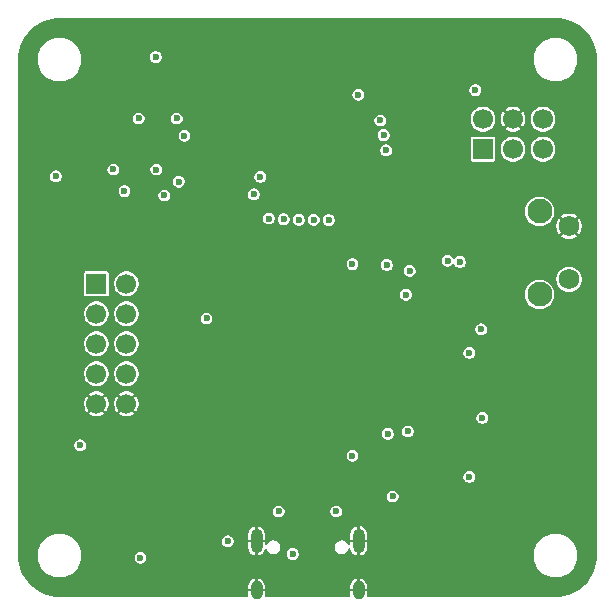
<source format=gbr>
%TF.GenerationSoftware,KiCad,Pcbnew,9.0.2*%
%TF.CreationDate,2025-07-27T12:29:31+02:00*%
%TF.ProjectId,ESP32-S3-TESTBOARD,45535033-322d-4533-932d-54455354424f,rev?*%
%TF.SameCoordinates,Original*%
%TF.FileFunction,Copper,L2,Inr*%
%TF.FilePolarity,Positive*%
%FSLAX46Y46*%
G04 Gerber Fmt 4.6, Leading zero omitted, Abs format (unit mm)*
G04 Created by KiCad (PCBNEW 9.0.2) date 2025-07-27 12:29:31*
%MOMM*%
%LPD*%
G01*
G04 APERTURE LIST*
%TA.AperFunction,ComponentPad*%
%ADD10C,2.100000*%
%TD*%
%TA.AperFunction,ComponentPad*%
%ADD11C,1.750000*%
%TD*%
%TA.AperFunction,ComponentPad*%
%ADD12R,1.700000X1.700000*%
%TD*%
%TA.AperFunction,ComponentPad*%
%ADD13C,1.700000*%
%TD*%
%TA.AperFunction,HeatsinkPad*%
%ADD14O,1.000000X2.100000*%
%TD*%
%TA.AperFunction,HeatsinkPad*%
%ADD15O,1.000000X1.600000*%
%TD*%
%TA.AperFunction,HeatsinkPad*%
%ADD16C,0.600000*%
%TD*%
%TA.AperFunction,ViaPad*%
%ADD17C,0.600000*%
%TD*%
G04 APERTURE END LIST*
D10*
%TO.N,*%
%TO.C,SW3*%
X157647500Y-103875000D03*
X157647500Y-110885000D03*
D11*
%TO.N,GND*%
X160137500Y-105125000D03*
%TO.N,/USER_SW*%
X160137500Y-109625000D03*
%TD*%
D12*
%TO.N,+3V3*%
%TO.C,J2*%
X120125000Y-109995000D03*
D13*
X122665000Y-109995000D03*
%TO.N,/RESET*%
X120125000Y-112535000D03*
%TO.N,/CS*%
X122665000Y-112535000D03*
%TO.N,/MOSI*%
X120125000Y-115075000D03*
%TO.N,/CLK*%
X122665000Y-115075000D03*
%TO.N,/MISO*%
X120125000Y-117615000D03*
%TO.N,/IRQ*%
X122665000Y-117615000D03*
%TO.N,GND*%
X120125000Y-120155000D03*
X122665000Y-120155000D03*
%TD*%
D14*
%TO.N,GND*%
%TO.C,J1*%
X133680000Y-131770000D03*
D15*
X133680000Y-135950000D03*
D14*
X142320000Y-131770000D03*
D15*
X142320000Y-135950000D03*
%TD*%
D12*
%TO.N,/ESP_EN*%
%TO.C,J3*%
X152860000Y-98600000D03*
D13*
%TO.N,+3V3*%
X152860000Y-96060000D03*
%TO.N,/ESP_TXD*%
X155400000Y-98600000D03*
%TO.N,GND*%
X155400000Y-96060000D03*
%TO.N,/ESP_RXD*%
X157940000Y-98600000D03*
%TO.N,/ESP_IO0*%
X157940000Y-96060000D03*
%TD*%
D16*
%TO.N,GND*%
%TO.C,U2*%
X135000000Y-95560000D03*
X135000000Y-96960000D03*
X135700000Y-94860000D03*
X135700000Y-96260000D03*
X135700000Y-97660000D03*
X136400000Y-95560000D03*
X136400000Y-96960000D03*
X137100000Y-94860000D03*
X137100000Y-96260000D03*
X137100000Y-97660000D03*
X137800000Y-95560000D03*
X137800000Y-96960000D03*
%TD*%
D17*
%TO.N,+5V*%
X141800000Y-124550000D03*
X131250000Y-131800000D03*
%TO.N,GND*%
X154100000Y-103790000D03*
X161250000Y-96050000D03*
X155550000Y-113170000D03*
X148670000Y-106430000D03*
X127025000Y-87800000D03*
X116030000Y-103350000D03*
X143000000Y-88000000D03*
X161780000Y-120420000D03*
X123850000Y-88200000D03*
X127880000Y-126620000D03*
X139000000Y-88000000D03*
X135000000Y-88000000D03*
X131000000Y-93000000D03*
X161650000Y-117200000D03*
X126790000Y-99140000D03*
X154400000Y-110600000D03*
X154000000Y-88000000D03*
X147200000Y-127050000D03*
X115250000Y-126775000D03*
X138000000Y-127800000D03*
X120000000Y-88000000D03*
X138990000Y-110290000D03*
X115000000Y-96000000D03*
X131000000Y-88000000D03*
X124220000Y-127380000D03*
X150420000Y-102100000D03*
X129300000Y-108010000D03*
X137000000Y-88000000D03*
X161650000Y-123950000D03*
X155500000Y-118900000D03*
X123000000Y-88000000D03*
X116760000Y-121970000D03*
X114670000Y-107230000D03*
X155300000Y-107100000D03*
X151130000Y-90640000D03*
X140850000Y-111825000D03*
X119470000Y-128420000D03*
X131000000Y-100000000D03*
X143880000Y-91920000D03*
X141200000Y-97830000D03*
X160170000Y-101270000D03*
X141250000Y-129700000D03*
X140514893Y-120767106D03*
X121990000Y-134820000D03*
X135230000Y-134730000D03*
X124680000Y-106780000D03*
X122000000Y-92000000D03*
X135940000Y-101390000D03*
X142440000Y-116050000D03*
X116725000Y-99900000D03*
X140010000Y-116130000D03*
X147200000Y-130350000D03*
X161100000Y-128140000D03*
X148000000Y-88000000D03*
X155080000Y-128060000D03*
X145000000Y-88000000D03*
X134750000Y-129700000D03*
X122000000Y-88000000D03*
X120000000Y-97000000D03*
X146325000Y-114075000D03*
X141000000Y-88000000D03*
X129370000Y-115800000D03*
X156000000Y-88000000D03*
X117990000Y-106800000D03*
X153900000Y-118750000D03*
X152000000Y-88000000D03*
X133000000Y-88000000D03*
X150000000Y-88000000D03*
X148420000Y-103830000D03*
%TO.N,+3V3*%
X123850000Y-133200000D03*
X116700000Y-100900000D03*
X125150000Y-90800000D03*
X149850000Y-108050000D03*
X146325000Y-110925000D03*
X121560000Y-100315000D03*
X146500000Y-122500000D03*
X125200000Y-100325000D03*
X118750000Y-123675000D03*
X152700000Y-113850000D03*
X123700000Y-96000000D03*
%TO.N,/ESP_EN*%
X151700000Y-115850000D03*
X142300000Y-94000000D03*
%TO.N,/USER_SW*%
X150900000Y-108150000D03*
X146650000Y-108900000D03*
%TO.N,Net-(F1-Pad1)*%
X140425000Y-129275000D03*
X135550000Y-129275000D03*
%TO.N,/CC1*%
X145200000Y-128000000D03*
X136750000Y-132875000D03*
%TO.N,/RESET*%
X139800000Y-104600000D03*
X129450000Y-112925000D03*
%TO.N,/MISO*%
X138525000Y-104575000D03*
%TO.N,/CS*%
X134725000Y-104475000D03*
%TO.N,/IRQ*%
X127575000Y-97450000D03*
%TO.N,/MOSI*%
X135975000Y-104525000D03*
%TO.N,/CLK*%
X137265000Y-104585000D03*
%TO.N,/ESP_RXD*%
X152200000Y-93600000D03*
%TO.N,/SDA*%
X122500000Y-102150000D03*
X125875000Y-102500000D03*
X141800000Y-108325000D03*
%TO.N,/SCL*%
X144725000Y-108400000D03*
X133455000Y-102425000D03*
X127100000Y-101350000D03*
%TO.N,Net-(U2-GPIO3)*%
X126925000Y-96000000D03*
X134000000Y-100950000D03*
%TO.N,/R_LED*%
X144800000Y-122700000D03*
X144650000Y-98700000D03*
%TO.N,/G_LED*%
X144450000Y-97400000D03*
X151700000Y-126350000D03*
%TO.N,/B_LED*%
X144160000Y-96160000D03*
X152800000Y-121350000D03*
%TD*%
%TA.AperFunction,Conductor*%
%TO.N,GND*%
G36*
X159002421Y-87500619D02*
G01*
X159031158Y-87502030D01*
X159338173Y-87517113D01*
X159347815Y-87518063D01*
X159677915Y-87567029D01*
X159687421Y-87568919D01*
X160011144Y-87650008D01*
X160020415Y-87652820D01*
X160334625Y-87765246D01*
X160343594Y-87768961D01*
X160645263Y-87911640D01*
X160653826Y-87916218D01*
X160940049Y-88087773D01*
X160948127Y-88093171D01*
X161216150Y-88291951D01*
X161223660Y-88298114D01*
X161470921Y-88522218D01*
X161477781Y-88529078D01*
X161603484Y-88667770D01*
X161701885Y-88776339D01*
X161708048Y-88783849D01*
X161906828Y-89051872D01*
X161912226Y-89059950D01*
X162083781Y-89346173D01*
X162088361Y-89354741D01*
X162231036Y-89656402D01*
X162234754Y-89665378D01*
X162347175Y-89979571D01*
X162349995Y-89988868D01*
X162431077Y-90312567D01*
X162432972Y-90322096D01*
X162481934Y-90652170D01*
X162482887Y-90661838D01*
X162499381Y-90997577D01*
X162499500Y-91002435D01*
X162499500Y-132997564D01*
X162499381Y-133002422D01*
X162482887Y-133338161D01*
X162481934Y-133347829D01*
X162432972Y-133677903D01*
X162431077Y-133687432D01*
X162349995Y-134011131D01*
X162347175Y-134020428D01*
X162234754Y-134334621D01*
X162231036Y-134343597D01*
X162088361Y-134645258D01*
X162083781Y-134653826D01*
X161912226Y-134940049D01*
X161906828Y-134948127D01*
X161708048Y-135216150D01*
X161701885Y-135223660D01*
X161477786Y-135470916D01*
X161470916Y-135477786D01*
X161223660Y-135701885D01*
X161216150Y-135708048D01*
X160948127Y-135906828D01*
X160940049Y-135912226D01*
X160653826Y-136083781D01*
X160645258Y-136088361D01*
X160343597Y-136231036D01*
X160334621Y-136234754D01*
X160020428Y-136347175D01*
X160011131Y-136349995D01*
X159687432Y-136431077D01*
X159677903Y-136432972D01*
X159347829Y-136481934D01*
X159338161Y-136482887D01*
X159002422Y-136499381D01*
X158997564Y-136499500D01*
X143104717Y-136499500D01*
X143046526Y-136480593D01*
X143010562Y-136431093D01*
X143007619Y-136381185D01*
X143019999Y-136318944D01*
X143020000Y-136318942D01*
X143020000Y-136050001D01*
X143019999Y-136050000D01*
X142620000Y-136050000D01*
X142620000Y-135850000D01*
X143019999Y-135850000D01*
X143020000Y-135849999D01*
X143020000Y-135581057D01*
X143019999Y-135581055D01*
X142993098Y-135445816D01*
X142940333Y-135318428D01*
X142863728Y-135203779D01*
X142766220Y-135106271D01*
X142651571Y-135029666D01*
X142524182Y-134976901D01*
X142420000Y-134956177D01*
X142420000Y-135366211D01*
X142359496Y-135350000D01*
X142280504Y-135350000D01*
X142220000Y-135366211D01*
X142220000Y-134956177D01*
X142115817Y-134976901D01*
X141988428Y-135029666D01*
X141873779Y-135106271D01*
X141776271Y-135203779D01*
X141699666Y-135318428D01*
X141646901Y-135445816D01*
X141620000Y-135581055D01*
X141620000Y-135849999D01*
X141620001Y-135850000D01*
X142020000Y-135850000D01*
X142020000Y-136050000D01*
X141620001Y-136050000D01*
X141620000Y-136050001D01*
X141620000Y-136318944D01*
X141632381Y-136381185D01*
X141625189Y-136441947D01*
X141583657Y-136486877D01*
X141535283Y-136499500D01*
X134464717Y-136499500D01*
X134406526Y-136480593D01*
X134370562Y-136431093D01*
X134367619Y-136381185D01*
X134379999Y-136318944D01*
X134380000Y-136318942D01*
X134380000Y-136050001D01*
X134379999Y-136050000D01*
X133980000Y-136050000D01*
X133980000Y-135850000D01*
X134379999Y-135850000D01*
X134380000Y-135849999D01*
X134380000Y-135581057D01*
X134379999Y-135581055D01*
X134353098Y-135445816D01*
X134300333Y-135318428D01*
X134223728Y-135203779D01*
X134126220Y-135106271D01*
X134011571Y-135029666D01*
X133884182Y-134976901D01*
X133780000Y-134956177D01*
X133780000Y-135366211D01*
X133719496Y-135350000D01*
X133640504Y-135350000D01*
X133580000Y-135366211D01*
X133580000Y-134956177D01*
X133475817Y-134976901D01*
X133348428Y-135029666D01*
X133233779Y-135106271D01*
X133136271Y-135203779D01*
X133059666Y-135318428D01*
X133006901Y-135445816D01*
X132980000Y-135581055D01*
X132980000Y-135849999D01*
X132980001Y-135850000D01*
X133380000Y-135850000D01*
X133380000Y-136050000D01*
X132980001Y-136050000D01*
X132980000Y-136050001D01*
X132980000Y-136318944D01*
X132992381Y-136381185D01*
X132985189Y-136441947D01*
X132943657Y-136486877D01*
X132895283Y-136499500D01*
X117002436Y-136499500D01*
X116997578Y-136499381D01*
X116661838Y-136482887D01*
X116652170Y-136481934D01*
X116322096Y-136432972D01*
X116312567Y-136431077D01*
X115988868Y-136349995D01*
X115979571Y-136347175D01*
X115665378Y-136234754D01*
X115656402Y-136231036D01*
X115354741Y-136088361D01*
X115346173Y-136083781D01*
X115059950Y-135912226D01*
X115051872Y-135906828D01*
X114783849Y-135708048D01*
X114776339Y-135701885D01*
X114718592Y-135649546D01*
X114529083Y-135477786D01*
X114522218Y-135470921D01*
X114298114Y-135223660D01*
X114291951Y-135216150D01*
X114093171Y-134948127D01*
X114087773Y-134940049D01*
X113958223Y-134723908D01*
X113916216Y-134653823D01*
X113911638Y-134645258D01*
X113862770Y-134541936D01*
X113768961Y-134343594D01*
X113765245Y-134334621D01*
X113652820Y-134020415D01*
X113650008Y-134011144D01*
X113568919Y-133687421D01*
X113567029Y-133677915D01*
X113518063Y-133347815D01*
X113517113Y-133338173D01*
X113500619Y-133002421D01*
X113500500Y-132997564D01*
X113500500Y-132878712D01*
X115149500Y-132878712D01*
X115149500Y-133121288D01*
X115178476Y-133341390D01*
X115181161Y-133361781D01*
X115181161Y-133361786D01*
X115243944Y-133596092D01*
X115243948Y-133596105D01*
X115336772Y-133820204D01*
X115336774Y-133820208D01*
X115336776Y-133820212D01*
X115452371Y-134020428D01*
X115458066Y-134030292D01*
X115605729Y-134222731D01*
X115605731Y-134222733D01*
X115605735Y-134222738D01*
X115777262Y-134394265D01*
X115777266Y-134394268D01*
X115777268Y-134394270D01*
X115969707Y-134541933D01*
X115969711Y-134541936D01*
X116179788Y-134663224D01*
X116403900Y-134756054D01*
X116638211Y-134818838D01*
X116878712Y-134850500D01*
X116878713Y-134850500D01*
X117121287Y-134850500D01*
X117121288Y-134850500D01*
X117361789Y-134818838D01*
X117596100Y-134756054D01*
X117820212Y-134663224D01*
X118030289Y-134541936D01*
X118222738Y-134394265D01*
X118394265Y-134222738D01*
X118541936Y-134030289D01*
X118663224Y-133820212D01*
X118756054Y-133596100D01*
X118818838Y-133361789D01*
X118848812Y-133134108D01*
X123349500Y-133134108D01*
X123349500Y-133265892D01*
X123375195Y-133361789D01*
X123383609Y-133393190D01*
X123449496Y-133507309D01*
X123449498Y-133507311D01*
X123449500Y-133507314D01*
X123542686Y-133600500D01*
X123542688Y-133600501D01*
X123542690Y-133600503D01*
X123656810Y-133666390D01*
X123656808Y-133666390D01*
X123656812Y-133666391D01*
X123656814Y-133666392D01*
X123784108Y-133700500D01*
X123784110Y-133700500D01*
X123915890Y-133700500D01*
X123915892Y-133700500D01*
X124043186Y-133666392D01*
X124043188Y-133666390D01*
X124043190Y-133666390D01*
X124157309Y-133600503D01*
X124157309Y-133600502D01*
X124157314Y-133600500D01*
X124250500Y-133507314D01*
X124316392Y-133393186D01*
X124350500Y-133265892D01*
X124350500Y-133134108D01*
X124316392Y-133006814D01*
X124316390Y-133006811D01*
X124316390Y-133006809D01*
X124250503Y-132892690D01*
X124250501Y-132892688D01*
X124250500Y-132892686D01*
X124157314Y-132799500D01*
X124157311Y-132799498D01*
X124157309Y-132799496D01*
X124043189Y-132733609D01*
X124043191Y-132733609D01*
X123993799Y-132720375D01*
X123915892Y-132699500D01*
X123784108Y-132699500D01*
X123706200Y-132720375D01*
X123656809Y-132733609D01*
X123542690Y-132799496D01*
X123449496Y-132892690D01*
X123383609Y-133006809D01*
X123364539Y-133077978D01*
X123349500Y-133134108D01*
X118848812Y-133134108D01*
X118850500Y-133121288D01*
X118850500Y-132878712D01*
X118818838Y-132638211D01*
X118756054Y-132403900D01*
X118663224Y-132179788D01*
X118541936Y-131969711D01*
X118465426Y-131870001D01*
X118402421Y-131787890D01*
X118402419Y-131787888D01*
X118394268Y-131777266D01*
X118394265Y-131777262D01*
X118351111Y-131734108D01*
X130749500Y-131734108D01*
X130749500Y-131865892D01*
X130771135Y-131946635D01*
X130783609Y-131993190D01*
X130849496Y-132107309D01*
X130849498Y-132107311D01*
X130849500Y-132107314D01*
X130942686Y-132200500D01*
X130942688Y-132200501D01*
X130942690Y-132200503D01*
X131056810Y-132266390D01*
X131056808Y-132266390D01*
X131056812Y-132266391D01*
X131056814Y-132266392D01*
X131184108Y-132300500D01*
X131184110Y-132300500D01*
X131315890Y-132300500D01*
X131315892Y-132300500D01*
X131443186Y-132266392D01*
X131443188Y-132266390D01*
X131443190Y-132266390D01*
X131557309Y-132200503D01*
X131557309Y-132200502D01*
X131557314Y-132200500D01*
X131650500Y-132107314D01*
X131664043Y-132083857D01*
X131716390Y-131993190D01*
X131716390Y-131993188D01*
X131716392Y-131993186D01*
X131750500Y-131865892D01*
X131750500Y-131734108D01*
X131716392Y-131606814D01*
X131716390Y-131606811D01*
X131716390Y-131606809D01*
X131650503Y-131492690D01*
X131650501Y-131492688D01*
X131650500Y-131492686D01*
X131557314Y-131399500D01*
X131557311Y-131399498D01*
X131557309Y-131399496D01*
X131443189Y-131333609D01*
X131443191Y-131333609D01*
X131393799Y-131320375D01*
X131315892Y-131299500D01*
X131184108Y-131299500D01*
X131106200Y-131320375D01*
X131056809Y-131333609D01*
X130942690Y-131399496D01*
X130849496Y-131492690D01*
X130783609Y-131606809D01*
X130764539Y-131677978D01*
X130749500Y-131734108D01*
X118351111Y-131734108D01*
X118222738Y-131605735D01*
X118222733Y-131605731D01*
X118222731Y-131605729D01*
X118030292Y-131458066D01*
X118030289Y-131458064D01*
X117820212Y-131336776D01*
X117820208Y-131336774D01*
X117820204Y-131336772D01*
X117596105Y-131243948D01*
X117596104Y-131243947D01*
X117596100Y-131243946D01*
X117588160Y-131241818D01*
X117457410Y-131206784D01*
X117361789Y-131181162D01*
X117361786Y-131181161D01*
X117361784Y-131181161D01*
X117133101Y-131151055D01*
X132980000Y-131151055D01*
X132980000Y-131669999D01*
X132980001Y-131670000D01*
X133380000Y-131670000D01*
X133380000Y-131870000D01*
X132980001Y-131870000D01*
X132980000Y-131870001D01*
X132980000Y-132388944D01*
X133006901Y-132524183D01*
X133059666Y-132651571D01*
X133136271Y-132766220D01*
X133233779Y-132863728D01*
X133348428Y-132940333D01*
X133475817Y-132993098D01*
X133580000Y-133013822D01*
X133580000Y-132603788D01*
X133640504Y-132620000D01*
X133719496Y-132620000D01*
X133780000Y-132603788D01*
X133780000Y-133013821D01*
X133884181Y-132993098D01*
X133884183Y-132993098D01*
X134011571Y-132940333D01*
X134126220Y-132863728D01*
X134223728Y-132766220D01*
X134300333Y-132651571D01*
X134353098Y-132524183D01*
X134353099Y-132524180D01*
X134364497Y-132466877D01*
X134394393Y-132413493D01*
X134449958Y-132387876D01*
X134509968Y-132399812D01*
X134551501Y-132444742D01*
X134557221Y-132460564D01*
X134573719Y-132522135D01*
X134573720Y-132522137D01*
X134573721Y-132522140D01*
X134649481Y-132653360D01*
X134649483Y-132653362D01*
X134649485Y-132653365D01*
X134756635Y-132760515D01*
X134756637Y-132760516D01*
X134756639Y-132760518D01*
X134887861Y-132836279D01*
X134887859Y-132836279D01*
X134887863Y-132836280D01*
X134887865Y-132836281D01*
X135034234Y-132875500D01*
X135034236Y-132875500D01*
X135185764Y-132875500D01*
X135185766Y-132875500D01*
X135332135Y-132836281D01*
X135332137Y-132836279D01*
X135332139Y-132836279D01*
X135379200Y-132809108D01*
X136249500Y-132809108D01*
X136249500Y-132940892D01*
X136279579Y-133053151D01*
X136283609Y-133068190D01*
X136349496Y-133182309D01*
X136349498Y-133182311D01*
X136349500Y-133182314D01*
X136442686Y-133275500D01*
X136442688Y-133275501D01*
X136442690Y-133275503D01*
X136556810Y-133341390D01*
X136556808Y-133341390D01*
X136556812Y-133341391D01*
X136556814Y-133341392D01*
X136684108Y-133375500D01*
X136684110Y-133375500D01*
X136815890Y-133375500D01*
X136815892Y-133375500D01*
X136943186Y-133341392D01*
X136943188Y-133341390D01*
X136943190Y-133341390D01*
X137057309Y-133275503D01*
X137057309Y-133275502D01*
X137057314Y-133275500D01*
X137150500Y-133182314D01*
X137185733Y-133121289D01*
X137216390Y-133068190D01*
X137216390Y-133068188D01*
X137216392Y-133068186D01*
X137250500Y-132940892D01*
X137250500Y-132809108D01*
X137216392Y-132681814D01*
X137216390Y-132681811D01*
X137216390Y-132681809D01*
X137150503Y-132567690D01*
X137150501Y-132567688D01*
X137150500Y-132567686D01*
X137057314Y-132474500D01*
X137057311Y-132474498D01*
X137057309Y-132474496D01*
X136943189Y-132408609D01*
X136943191Y-132408609D01*
X136869798Y-132388944D01*
X136815892Y-132374500D01*
X136684108Y-132374500D01*
X136630202Y-132388944D01*
X136556809Y-132408609D01*
X136442690Y-132474496D01*
X136349496Y-132567690D01*
X136283609Y-132681809D01*
X136283608Y-132681814D01*
X136249500Y-132809108D01*
X135379200Y-132809108D01*
X135463360Y-132760518D01*
X135463360Y-132760517D01*
X135463365Y-132760515D01*
X135570515Y-132653365D01*
X135579264Y-132638211D01*
X135646279Y-132522139D01*
X135646279Y-132522137D01*
X135646281Y-132522135D01*
X135685500Y-132375766D01*
X135685500Y-132224234D01*
X140314500Y-132224234D01*
X140314500Y-132375766D01*
X140348915Y-132504205D01*
X140353720Y-132522139D01*
X140429481Y-132653360D01*
X140429483Y-132653362D01*
X140429485Y-132653365D01*
X140536635Y-132760515D01*
X140536637Y-132760516D01*
X140536639Y-132760518D01*
X140667861Y-132836279D01*
X140667859Y-132836279D01*
X140667863Y-132836280D01*
X140667865Y-132836281D01*
X140814234Y-132875500D01*
X140814236Y-132875500D01*
X140965764Y-132875500D01*
X140965766Y-132875500D01*
X141112135Y-132836281D01*
X141112137Y-132836279D01*
X141112139Y-132836279D01*
X141243360Y-132760518D01*
X141243360Y-132760517D01*
X141243365Y-132760515D01*
X141350515Y-132653365D01*
X141426281Y-132522135D01*
X141442778Y-132460566D01*
X141476101Y-132409253D01*
X141533222Y-132387326D01*
X141592323Y-132403161D01*
X141630828Y-132450711D01*
X141635502Y-132466876D01*
X141646901Y-132524181D01*
X141646901Y-132524183D01*
X141699666Y-132651571D01*
X141776271Y-132766220D01*
X141873779Y-132863728D01*
X141988428Y-132940333D01*
X142115817Y-132993098D01*
X142220000Y-133013822D01*
X142220000Y-132603788D01*
X142280504Y-132620000D01*
X142359496Y-132620000D01*
X142420000Y-132603788D01*
X142420000Y-133013821D01*
X142524181Y-132993098D01*
X142524183Y-132993098D01*
X142651571Y-132940333D01*
X142743795Y-132878712D01*
X157149500Y-132878712D01*
X157149500Y-133121288D01*
X157178476Y-133341390D01*
X157181161Y-133361781D01*
X157181161Y-133361786D01*
X157243944Y-133596092D01*
X157243948Y-133596105D01*
X157336772Y-133820204D01*
X157336774Y-133820208D01*
X157336776Y-133820212D01*
X157452371Y-134020428D01*
X157458066Y-134030292D01*
X157605729Y-134222731D01*
X157605731Y-134222733D01*
X157605735Y-134222738D01*
X157777262Y-134394265D01*
X157777266Y-134394268D01*
X157777268Y-134394270D01*
X157969707Y-134541933D01*
X157969711Y-134541936D01*
X158179788Y-134663224D01*
X158403900Y-134756054D01*
X158638211Y-134818838D01*
X158878712Y-134850500D01*
X158878713Y-134850500D01*
X159121287Y-134850500D01*
X159121288Y-134850500D01*
X159361789Y-134818838D01*
X159596100Y-134756054D01*
X159820212Y-134663224D01*
X160030289Y-134541936D01*
X160222738Y-134394265D01*
X160394265Y-134222738D01*
X160541936Y-134030289D01*
X160663224Y-133820212D01*
X160756054Y-133596100D01*
X160818838Y-133361789D01*
X160850500Y-133121288D01*
X160850500Y-132878712D01*
X160818838Y-132638211D01*
X160756054Y-132403900D01*
X160663224Y-132179788D01*
X160541936Y-131969711D01*
X160462272Y-131865890D01*
X160394270Y-131777268D01*
X160394268Y-131777266D01*
X160394265Y-131777262D01*
X160222738Y-131605735D01*
X160222733Y-131605731D01*
X160222731Y-131605729D01*
X160030292Y-131458066D01*
X160030289Y-131458064D01*
X159820212Y-131336776D01*
X159820208Y-131336774D01*
X159820204Y-131336772D01*
X159596105Y-131243948D01*
X159596104Y-131243947D01*
X159596100Y-131243946D01*
X159361789Y-131181162D01*
X159361786Y-131181161D01*
X159361784Y-131181161D01*
X159121289Y-131149500D01*
X159121288Y-131149500D01*
X158878712Y-131149500D01*
X158878710Y-131149500D01*
X158638218Y-131181161D01*
X158638213Y-131181161D01*
X158403907Y-131243944D01*
X158403894Y-131243948D01*
X158179795Y-131336772D01*
X157969707Y-131458066D01*
X157777268Y-131605729D01*
X157605729Y-131777268D01*
X157458066Y-131969707D01*
X157336772Y-132179795D01*
X157243948Y-132403894D01*
X157243944Y-132403907D01*
X157181161Y-132638213D01*
X157181161Y-132638218D01*
X157151473Y-132863728D01*
X157149500Y-132878712D01*
X142743795Y-132878712D01*
X142766220Y-132863728D01*
X142824482Y-132805467D01*
X142863728Y-132766220D01*
X142940333Y-132651571D01*
X142993098Y-132524183D01*
X143019999Y-132388944D01*
X143020000Y-132388942D01*
X143020000Y-131870001D01*
X143019999Y-131870000D01*
X142620000Y-131870000D01*
X142620000Y-131670000D01*
X143019999Y-131670000D01*
X143020000Y-131669999D01*
X143020000Y-131151057D01*
X143019999Y-131151055D01*
X142993098Y-131015816D01*
X142940333Y-130888428D01*
X142863728Y-130773779D01*
X142766220Y-130676271D01*
X142651571Y-130599666D01*
X142524182Y-130546901D01*
X142420000Y-130526177D01*
X142420000Y-130936211D01*
X142359496Y-130920000D01*
X142280504Y-130920000D01*
X142220000Y-130936211D01*
X142220000Y-130526177D01*
X142115817Y-130546901D01*
X141988428Y-130599666D01*
X141873779Y-130676271D01*
X141776271Y-130773779D01*
X141699666Y-130888428D01*
X141646901Y-131015816D01*
X141620000Y-131151055D01*
X141620000Y-131669999D01*
X141620001Y-131670000D01*
X142020000Y-131670000D01*
X142020000Y-131870000D01*
X141620001Y-131870000D01*
X141620000Y-131870001D01*
X141620000Y-132048855D01*
X141601093Y-132107046D01*
X141551593Y-132143010D01*
X141490407Y-132143010D01*
X141440907Y-132107046D01*
X141429668Y-132083482D01*
X141428763Y-132083857D01*
X141426279Y-132077861D01*
X141350518Y-131946639D01*
X141350516Y-131946637D01*
X141350515Y-131946635D01*
X141243365Y-131839485D01*
X141243362Y-131839483D01*
X141243360Y-131839481D01*
X141112138Y-131763720D01*
X141112140Y-131763720D01*
X141055347Y-131748503D01*
X140965766Y-131724500D01*
X140814234Y-131724500D01*
X140724652Y-131748503D01*
X140667860Y-131763720D01*
X140536639Y-131839481D01*
X140429481Y-131946639D01*
X140353720Y-132077860D01*
X140345828Y-132107314D01*
X140314500Y-132224234D01*
X135685500Y-132224234D01*
X135646281Y-132077865D01*
X135646279Y-132077861D01*
X135646279Y-132077860D01*
X135570518Y-131946639D01*
X135570516Y-131946637D01*
X135570515Y-131946635D01*
X135463365Y-131839485D01*
X135463362Y-131839483D01*
X135463360Y-131839481D01*
X135332138Y-131763720D01*
X135332140Y-131763720D01*
X135275347Y-131748503D01*
X135185766Y-131724500D01*
X135034234Y-131724500D01*
X134944652Y-131748503D01*
X134887860Y-131763720D01*
X134756639Y-131839481D01*
X134649481Y-131946639D01*
X134573720Y-132077861D01*
X134571237Y-132083857D01*
X134569108Y-132082975D01*
X134541302Y-132125793D01*
X134484180Y-132147719D01*
X134425080Y-132131883D01*
X134386575Y-132084332D01*
X134380000Y-132048855D01*
X134380000Y-131870001D01*
X134379999Y-131870000D01*
X133980000Y-131870000D01*
X133980000Y-131670000D01*
X134379999Y-131670000D01*
X134380000Y-131669999D01*
X134380000Y-131151057D01*
X134379999Y-131151055D01*
X134353098Y-131015816D01*
X134300333Y-130888428D01*
X134223728Y-130773779D01*
X134126220Y-130676271D01*
X134011571Y-130599666D01*
X133884182Y-130546901D01*
X133780000Y-130526177D01*
X133780000Y-130936211D01*
X133719496Y-130920000D01*
X133640504Y-130920000D01*
X133580000Y-130936211D01*
X133580000Y-130526177D01*
X133475817Y-130546901D01*
X133348428Y-130599666D01*
X133233779Y-130676271D01*
X133136271Y-130773779D01*
X133059666Y-130888428D01*
X133006901Y-131015816D01*
X132980000Y-131151055D01*
X117133101Y-131151055D01*
X117121289Y-131149500D01*
X117121288Y-131149500D01*
X116878712Y-131149500D01*
X116878710Y-131149500D01*
X116638218Y-131181161D01*
X116638213Y-131181161D01*
X116403907Y-131243944D01*
X116403894Y-131243948D01*
X116179795Y-131336772D01*
X115969707Y-131458066D01*
X115777268Y-131605729D01*
X115605729Y-131777268D01*
X115458066Y-131969707D01*
X115336772Y-132179795D01*
X115243948Y-132403894D01*
X115243944Y-132403907D01*
X115181161Y-132638213D01*
X115181161Y-132638218D01*
X115151473Y-132863728D01*
X115149500Y-132878712D01*
X113500500Y-132878712D01*
X113500500Y-129209108D01*
X135049500Y-129209108D01*
X135049500Y-129340892D01*
X135079579Y-129453151D01*
X135083609Y-129468190D01*
X135149496Y-129582309D01*
X135149498Y-129582311D01*
X135149500Y-129582314D01*
X135242686Y-129675500D01*
X135242688Y-129675501D01*
X135242690Y-129675503D01*
X135356810Y-129741390D01*
X135356808Y-129741390D01*
X135356812Y-129741391D01*
X135356814Y-129741392D01*
X135484108Y-129775500D01*
X135484110Y-129775500D01*
X135615890Y-129775500D01*
X135615892Y-129775500D01*
X135743186Y-129741392D01*
X135743188Y-129741390D01*
X135743190Y-129741390D01*
X135857309Y-129675503D01*
X135857309Y-129675502D01*
X135857314Y-129675500D01*
X135950500Y-129582314D01*
X136016392Y-129468186D01*
X136050500Y-129340892D01*
X136050500Y-129209108D01*
X139924500Y-129209108D01*
X139924500Y-129340892D01*
X139954579Y-129453151D01*
X139958609Y-129468190D01*
X140024496Y-129582309D01*
X140024498Y-129582311D01*
X140024500Y-129582314D01*
X140117686Y-129675500D01*
X140117688Y-129675501D01*
X140117690Y-129675503D01*
X140231810Y-129741390D01*
X140231808Y-129741390D01*
X140231812Y-129741391D01*
X140231814Y-129741392D01*
X140359108Y-129775500D01*
X140359110Y-129775500D01*
X140490890Y-129775500D01*
X140490892Y-129775500D01*
X140618186Y-129741392D01*
X140618188Y-129741390D01*
X140618190Y-129741390D01*
X140732309Y-129675503D01*
X140732309Y-129675502D01*
X140732314Y-129675500D01*
X140825500Y-129582314D01*
X140891392Y-129468186D01*
X140925500Y-129340892D01*
X140925500Y-129209108D01*
X140891392Y-129081814D01*
X140891390Y-129081811D01*
X140891390Y-129081809D01*
X140825503Y-128967690D01*
X140825501Y-128967688D01*
X140825500Y-128967686D01*
X140732314Y-128874500D01*
X140732311Y-128874498D01*
X140732309Y-128874496D01*
X140618189Y-128808609D01*
X140618191Y-128808609D01*
X140568799Y-128795375D01*
X140490892Y-128774500D01*
X140359108Y-128774500D01*
X140281200Y-128795375D01*
X140231809Y-128808609D01*
X140117690Y-128874496D01*
X140024496Y-128967690D01*
X139958609Y-129081809D01*
X139958608Y-129081814D01*
X139924500Y-129209108D01*
X136050500Y-129209108D01*
X136016392Y-129081814D01*
X136016390Y-129081811D01*
X136016390Y-129081809D01*
X135950503Y-128967690D01*
X135950501Y-128967688D01*
X135950500Y-128967686D01*
X135857314Y-128874500D01*
X135857311Y-128874498D01*
X135857309Y-128874496D01*
X135743189Y-128808609D01*
X135743191Y-128808609D01*
X135693799Y-128795375D01*
X135615892Y-128774500D01*
X135484108Y-128774500D01*
X135406200Y-128795375D01*
X135356809Y-128808609D01*
X135242690Y-128874496D01*
X135149496Y-128967690D01*
X135083609Y-129081809D01*
X135083608Y-129081814D01*
X135049500Y-129209108D01*
X113500500Y-129209108D01*
X113500500Y-127934108D01*
X144699500Y-127934108D01*
X144699500Y-128065892D01*
X144729579Y-128178151D01*
X144733609Y-128193190D01*
X144799496Y-128307309D01*
X144799498Y-128307311D01*
X144799500Y-128307314D01*
X144892686Y-128400500D01*
X144892688Y-128400501D01*
X144892690Y-128400503D01*
X145006810Y-128466390D01*
X145006808Y-128466390D01*
X145006812Y-128466391D01*
X145006814Y-128466392D01*
X145134108Y-128500500D01*
X145134110Y-128500500D01*
X145265890Y-128500500D01*
X145265892Y-128500500D01*
X145393186Y-128466392D01*
X145393188Y-128466390D01*
X145393190Y-128466390D01*
X145507309Y-128400503D01*
X145507309Y-128400502D01*
X145507314Y-128400500D01*
X145600500Y-128307314D01*
X145666392Y-128193186D01*
X145700500Y-128065892D01*
X145700500Y-127934108D01*
X145666392Y-127806814D01*
X145666390Y-127806811D01*
X145666390Y-127806809D01*
X145600503Y-127692690D01*
X145600501Y-127692688D01*
X145600500Y-127692686D01*
X145507314Y-127599500D01*
X145507311Y-127599498D01*
X145507309Y-127599496D01*
X145393189Y-127533609D01*
X145393191Y-127533609D01*
X145343799Y-127520375D01*
X145265892Y-127499500D01*
X145134108Y-127499500D01*
X145056200Y-127520375D01*
X145006809Y-127533609D01*
X144892690Y-127599496D01*
X144799496Y-127692690D01*
X144733609Y-127806809D01*
X144733608Y-127806814D01*
X144699500Y-127934108D01*
X113500500Y-127934108D01*
X113500500Y-126284108D01*
X151199500Y-126284108D01*
X151199500Y-126415892D01*
X151229579Y-126528151D01*
X151233609Y-126543190D01*
X151299496Y-126657309D01*
X151299498Y-126657311D01*
X151299500Y-126657314D01*
X151392686Y-126750500D01*
X151392688Y-126750501D01*
X151392690Y-126750503D01*
X151506810Y-126816390D01*
X151506808Y-126816390D01*
X151506812Y-126816391D01*
X151506814Y-126816392D01*
X151634108Y-126850500D01*
X151634110Y-126850500D01*
X151765890Y-126850500D01*
X151765892Y-126850500D01*
X151893186Y-126816392D01*
X151893188Y-126816390D01*
X151893190Y-126816390D01*
X152007309Y-126750503D01*
X152007309Y-126750502D01*
X152007314Y-126750500D01*
X152100500Y-126657314D01*
X152166392Y-126543186D01*
X152200500Y-126415892D01*
X152200500Y-126284108D01*
X152166392Y-126156814D01*
X152166390Y-126156811D01*
X152166390Y-126156809D01*
X152100503Y-126042690D01*
X152100501Y-126042688D01*
X152100500Y-126042686D01*
X152007314Y-125949500D01*
X152007311Y-125949498D01*
X152007309Y-125949496D01*
X151893189Y-125883609D01*
X151893191Y-125883609D01*
X151843799Y-125870375D01*
X151765892Y-125849500D01*
X151634108Y-125849500D01*
X151556200Y-125870375D01*
X151506809Y-125883609D01*
X151392690Y-125949496D01*
X151299496Y-126042690D01*
X151233609Y-126156809D01*
X151233608Y-126156814D01*
X151199500Y-126284108D01*
X113500500Y-126284108D01*
X113500500Y-124484108D01*
X141299500Y-124484108D01*
X141299500Y-124615892D01*
X141329579Y-124728151D01*
X141333609Y-124743190D01*
X141399496Y-124857309D01*
X141399498Y-124857311D01*
X141399500Y-124857314D01*
X141492686Y-124950500D01*
X141492688Y-124950501D01*
X141492690Y-124950503D01*
X141606810Y-125016390D01*
X141606808Y-125016390D01*
X141606812Y-125016391D01*
X141606814Y-125016392D01*
X141734108Y-125050500D01*
X141734110Y-125050500D01*
X141865890Y-125050500D01*
X141865892Y-125050500D01*
X141993186Y-125016392D01*
X141993188Y-125016390D01*
X141993190Y-125016390D01*
X142107309Y-124950503D01*
X142107309Y-124950502D01*
X142107314Y-124950500D01*
X142200500Y-124857314D01*
X142266392Y-124743186D01*
X142300500Y-124615892D01*
X142300500Y-124484108D01*
X142266392Y-124356814D01*
X142266390Y-124356811D01*
X142266390Y-124356809D01*
X142200503Y-124242690D01*
X142200501Y-124242688D01*
X142200500Y-124242686D01*
X142107314Y-124149500D01*
X142107311Y-124149498D01*
X142107309Y-124149496D01*
X141993189Y-124083609D01*
X141993191Y-124083609D01*
X141943799Y-124070375D01*
X141865892Y-124049500D01*
X141734108Y-124049500D01*
X141656200Y-124070375D01*
X141606809Y-124083609D01*
X141492690Y-124149496D01*
X141399496Y-124242690D01*
X141333609Y-124356809D01*
X141333608Y-124356814D01*
X141299500Y-124484108D01*
X113500500Y-124484108D01*
X113500500Y-123609108D01*
X118249500Y-123609108D01*
X118249500Y-123740892D01*
X118279579Y-123853151D01*
X118283609Y-123868190D01*
X118349496Y-123982309D01*
X118349498Y-123982311D01*
X118349500Y-123982314D01*
X118442686Y-124075500D01*
X118442688Y-124075501D01*
X118442690Y-124075503D01*
X118556810Y-124141390D01*
X118556808Y-124141390D01*
X118556812Y-124141391D01*
X118556814Y-124141392D01*
X118684108Y-124175500D01*
X118684110Y-124175500D01*
X118815890Y-124175500D01*
X118815892Y-124175500D01*
X118943186Y-124141392D01*
X118943188Y-124141390D01*
X118943190Y-124141390D01*
X119057309Y-124075503D01*
X119057309Y-124075502D01*
X119057314Y-124075500D01*
X119150500Y-123982314D01*
X119216392Y-123868186D01*
X119250500Y-123740892D01*
X119250500Y-123609108D01*
X119216392Y-123481814D01*
X119216390Y-123481811D01*
X119216390Y-123481809D01*
X119150503Y-123367690D01*
X119150501Y-123367688D01*
X119150500Y-123367686D01*
X119057314Y-123274500D01*
X119057311Y-123274498D01*
X119057309Y-123274496D01*
X118943189Y-123208609D01*
X118943191Y-123208609D01*
X118893799Y-123195375D01*
X118815892Y-123174500D01*
X118684108Y-123174500D01*
X118606200Y-123195375D01*
X118556809Y-123208609D01*
X118442690Y-123274496D01*
X118349496Y-123367690D01*
X118283609Y-123481809D01*
X118283608Y-123481814D01*
X118249500Y-123609108D01*
X113500500Y-123609108D01*
X113500500Y-122634108D01*
X144299500Y-122634108D01*
X144299500Y-122765892D01*
X144310598Y-122807309D01*
X144333609Y-122893190D01*
X144399496Y-123007309D01*
X144399498Y-123007311D01*
X144399500Y-123007314D01*
X144492686Y-123100500D01*
X144492688Y-123100501D01*
X144492690Y-123100503D01*
X144606810Y-123166390D01*
X144606808Y-123166390D01*
X144606812Y-123166391D01*
X144606814Y-123166392D01*
X144734108Y-123200500D01*
X144734110Y-123200500D01*
X144865890Y-123200500D01*
X144865892Y-123200500D01*
X144993186Y-123166392D01*
X144993188Y-123166390D01*
X144993190Y-123166390D01*
X145107309Y-123100503D01*
X145107309Y-123100502D01*
X145107314Y-123100500D01*
X145200500Y-123007314D01*
X145204434Y-123000500D01*
X145266390Y-122893190D01*
X145266390Y-122893188D01*
X145266392Y-122893186D01*
X145300500Y-122765892D01*
X145300500Y-122634108D01*
X145266392Y-122506814D01*
X145224415Y-122434108D01*
X145999500Y-122434108D01*
X145999500Y-122565892D01*
X146017778Y-122634108D01*
X146033609Y-122693190D01*
X146099496Y-122807309D01*
X146099498Y-122807311D01*
X146099500Y-122807314D01*
X146192686Y-122900500D01*
X146192688Y-122900501D01*
X146192690Y-122900503D01*
X146306810Y-122966390D01*
X146306808Y-122966390D01*
X146306812Y-122966391D01*
X146306814Y-122966392D01*
X146434108Y-123000500D01*
X146434110Y-123000500D01*
X146565890Y-123000500D01*
X146565892Y-123000500D01*
X146693186Y-122966392D01*
X146693188Y-122966390D01*
X146693190Y-122966390D01*
X146807309Y-122900503D01*
X146807309Y-122900502D01*
X146807314Y-122900500D01*
X146900500Y-122807314D01*
X146966392Y-122693186D01*
X147000500Y-122565892D01*
X147000500Y-122434108D01*
X146966392Y-122306814D01*
X146966390Y-122306811D01*
X146966390Y-122306809D01*
X146900503Y-122192690D01*
X146900501Y-122192688D01*
X146900500Y-122192686D01*
X146807314Y-122099500D01*
X146807311Y-122099498D01*
X146807309Y-122099496D01*
X146693189Y-122033609D01*
X146693191Y-122033609D01*
X146643799Y-122020375D01*
X146565892Y-121999500D01*
X146434108Y-121999500D01*
X146356200Y-122020375D01*
X146306809Y-122033609D01*
X146192690Y-122099496D01*
X146099496Y-122192690D01*
X146033609Y-122306809D01*
X146033608Y-122306814D01*
X145999500Y-122434108D01*
X145224415Y-122434108D01*
X145200500Y-122392686D01*
X145107314Y-122299500D01*
X145107311Y-122299498D01*
X145107309Y-122299496D01*
X144993189Y-122233609D01*
X144993191Y-122233609D01*
X144943799Y-122220375D01*
X144865892Y-122199500D01*
X144734108Y-122199500D01*
X144656200Y-122220375D01*
X144606809Y-122233609D01*
X144492690Y-122299496D01*
X144399496Y-122392690D01*
X144333609Y-122506809D01*
X144333608Y-122506814D01*
X144299500Y-122634108D01*
X113500500Y-122634108D01*
X113500500Y-121284108D01*
X152299500Y-121284108D01*
X152299500Y-121415892D01*
X152329579Y-121528151D01*
X152333609Y-121543190D01*
X152399496Y-121657309D01*
X152399498Y-121657311D01*
X152399500Y-121657314D01*
X152492686Y-121750500D01*
X152492688Y-121750501D01*
X152492690Y-121750503D01*
X152606810Y-121816390D01*
X152606808Y-121816390D01*
X152606812Y-121816391D01*
X152606814Y-121816392D01*
X152734108Y-121850500D01*
X152734110Y-121850500D01*
X152865890Y-121850500D01*
X152865892Y-121850500D01*
X152993186Y-121816392D01*
X152993188Y-121816390D01*
X152993190Y-121816390D01*
X153107309Y-121750503D01*
X153107309Y-121750502D01*
X153107314Y-121750500D01*
X153200500Y-121657314D01*
X153266392Y-121543186D01*
X153300500Y-121415892D01*
X153300500Y-121284108D01*
X153266392Y-121156814D01*
X153266390Y-121156811D01*
X153266390Y-121156809D01*
X153200503Y-121042690D01*
X153200501Y-121042688D01*
X153200500Y-121042686D01*
X153107314Y-120949500D01*
X153107311Y-120949498D01*
X153107309Y-120949496D01*
X152993189Y-120883609D01*
X152993191Y-120883609D01*
X152943799Y-120870375D01*
X152865892Y-120849500D01*
X152734108Y-120849500D01*
X152656200Y-120870375D01*
X152606809Y-120883609D01*
X152492690Y-120949496D01*
X152399496Y-121042690D01*
X152333609Y-121156809D01*
X152333608Y-121156814D01*
X152299500Y-121284108D01*
X113500500Y-121284108D01*
X113500500Y-120051581D01*
X119075000Y-120051581D01*
X119075000Y-120258418D01*
X119115349Y-120461272D01*
X119194501Y-120652360D01*
X119194508Y-120652374D01*
X119309405Y-120824329D01*
X119311826Y-120826750D01*
X119707210Y-120431365D01*
X119724901Y-120462007D01*
X119817993Y-120555099D01*
X119848632Y-120572788D01*
X119453249Y-120968173D01*
X119455670Y-120970594D01*
X119627625Y-121085491D01*
X119627639Y-121085498D01*
X119818727Y-121164650D01*
X120021581Y-121204999D01*
X120021586Y-121205000D01*
X120228414Y-121205000D01*
X120228418Y-121204999D01*
X120431272Y-121164650D01*
X120622360Y-121085498D01*
X120622366Y-121085495D01*
X120794333Y-120970591D01*
X120796750Y-120968173D01*
X120401366Y-120572789D01*
X120432007Y-120555099D01*
X120525099Y-120462007D01*
X120542789Y-120431366D01*
X120938173Y-120826750D01*
X120940591Y-120824333D01*
X121055495Y-120652366D01*
X121055498Y-120652360D01*
X121134650Y-120461272D01*
X121174999Y-120258418D01*
X121175000Y-120258413D01*
X121175000Y-120051586D01*
X121174999Y-120051581D01*
X121615000Y-120051581D01*
X121615000Y-120258418D01*
X121655349Y-120461272D01*
X121734501Y-120652360D01*
X121734508Y-120652374D01*
X121849405Y-120824329D01*
X121851826Y-120826750D01*
X122247210Y-120431365D01*
X122264901Y-120462007D01*
X122357993Y-120555099D01*
X122388632Y-120572788D01*
X121993249Y-120968173D01*
X121995670Y-120970594D01*
X122167625Y-121085491D01*
X122167639Y-121085498D01*
X122358727Y-121164650D01*
X122561581Y-121204999D01*
X122561586Y-121205000D01*
X122768414Y-121205000D01*
X122768418Y-121204999D01*
X122891483Y-121180521D01*
X122971272Y-121164650D01*
X123162360Y-121085498D01*
X123162366Y-121085495D01*
X123334333Y-120970591D01*
X123336750Y-120968173D01*
X122941366Y-120572789D01*
X122972007Y-120555099D01*
X123065099Y-120462007D01*
X123082789Y-120431366D01*
X123478173Y-120826750D01*
X123480591Y-120824333D01*
X123595495Y-120652366D01*
X123595498Y-120652360D01*
X123674650Y-120461272D01*
X123714999Y-120258418D01*
X123715000Y-120258413D01*
X123715000Y-120051586D01*
X123714999Y-120051581D01*
X123674650Y-119848727D01*
X123595498Y-119657639D01*
X123595491Y-119657625D01*
X123480594Y-119485670D01*
X123478173Y-119483249D01*
X123082788Y-119878632D01*
X123065099Y-119847993D01*
X122972007Y-119754901D01*
X122941365Y-119737210D01*
X123336750Y-119341826D01*
X123334329Y-119339405D01*
X123162374Y-119224508D01*
X123162360Y-119224501D01*
X122971272Y-119145349D01*
X122768418Y-119105000D01*
X122561581Y-119105000D01*
X122358727Y-119145349D01*
X122167639Y-119224501D01*
X122167630Y-119224505D01*
X121995665Y-119339410D01*
X121993248Y-119341825D01*
X122388633Y-119737210D01*
X122357993Y-119754901D01*
X122264901Y-119847993D01*
X122247210Y-119878633D01*
X121851825Y-119483248D01*
X121849410Y-119485665D01*
X121734505Y-119657630D01*
X121734501Y-119657639D01*
X121655349Y-119848727D01*
X121615000Y-120051581D01*
X121174999Y-120051581D01*
X121134650Y-119848727D01*
X121055498Y-119657639D01*
X121055491Y-119657625D01*
X120940594Y-119485670D01*
X120938173Y-119483249D01*
X120542788Y-119878632D01*
X120525099Y-119847993D01*
X120432007Y-119754901D01*
X120401365Y-119737210D01*
X120796750Y-119341826D01*
X120794329Y-119339405D01*
X120622374Y-119224508D01*
X120622360Y-119224501D01*
X120431272Y-119145349D01*
X120228418Y-119105000D01*
X120021581Y-119105000D01*
X119818727Y-119145349D01*
X119627639Y-119224501D01*
X119627630Y-119224505D01*
X119455665Y-119339410D01*
X119453248Y-119341825D01*
X119848633Y-119737210D01*
X119817993Y-119754901D01*
X119724901Y-119847993D01*
X119707210Y-119878633D01*
X119311825Y-119483248D01*
X119309410Y-119485665D01*
X119194505Y-119657630D01*
X119194501Y-119657639D01*
X119115349Y-119848727D01*
X119075000Y-120051581D01*
X113500500Y-120051581D01*
X113500500Y-117511532D01*
X119074500Y-117511532D01*
X119074500Y-117718467D01*
X119114869Y-117921418D01*
X119194058Y-118112597D01*
X119194059Y-118112598D01*
X119309023Y-118284655D01*
X119455345Y-118430977D01*
X119627402Y-118545941D01*
X119818580Y-118625130D01*
X120021535Y-118665500D01*
X120021536Y-118665500D01*
X120228464Y-118665500D01*
X120228465Y-118665500D01*
X120431420Y-118625130D01*
X120622598Y-118545941D01*
X120794655Y-118430977D01*
X120940977Y-118284655D01*
X121055941Y-118112598D01*
X121135130Y-117921420D01*
X121175500Y-117718465D01*
X121175500Y-117511535D01*
X121175499Y-117511532D01*
X121614500Y-117511532D01*
X121614500Y-117718467D01*
X121654869Y-117921418D01*
X121734058Y-118112597D01*
X121734059Y-118112598D01*
X121849023Y-118284655D01*
X121995345Y-118430977D01*
X122167402Y-118545941D01*
X122358580Y-118625130D01*
X122561535Y-118665500D01*
X122561536Y-118665500D01*
X122768464Y-118665500D01*
X122768465Y-118665500D01*
X122971420Y-118625130D01*
X123162598Y-118545941D01*
X123334655Y-118430977D01*
X123480977Y-118284655D01*
X123595941Y-118112598D01*
X123675130Y-117921420D01*
X123715500Y-117718465D01*
X123715500Y-117511535D01*
X123675130Y-117308580D01*
X123595941Y-117117402D01*
X123480977Y-116945345D01*
X123334655Y-116799023D01*
X123162598Y-116684059D01*
X123162599Y-116684059D01*
X123162597Y-116684058D01*
X122971418Y-116604869D01*
X122768467Y-116564500D01*
X122768465Y-116564500D01*
X122561535Y-116564500D01*
X122561532Y-116564500D01*
X122358581Y-116604869D01*
X122167402Y-116684058D01*
X121995348Y-116799020D01*
X121849020Y-116945348D01*
X121734058Y-117117402D01*
X121654869Y-117308581D01*
X121614500Y-117511532D01*
X121175499Y-117511532D01*
X121135130Y-117308580D01*
X121055941Y-117117402D01*
X120940977Y-116945345D01*
X120794655Y-116799023D01*
X120622598Y-116684059D01*
X120622599Y-116684059D01*
X120622597Y-116684058D01*
X120431418Y-116604869D01*
X120228467Y-116564500D01*
X120228465Y-116564500D01*
X120021535Y-116564500D01*
X120021532Y-116564500D01*
X119818581Y-116604869D01*
X119627402Y-116684058D01*
X119455348Y-116799020D01*
X119309020Y-116945348D01*
X119194058Y-117117402D01*
X119114869Y-117308581D01*
X119074500Y-117511532D01*
X113500500Y-117511532D01*
X113500500Y-114971532D01*
X119074500Y-114971532D01*
X119074500Y-115178467D01*
X119114869Y-115381418D01*
X119194058Y-115572597D01*
X119309020Y-115744651D01*
X119309023Y-115744655D01*
X119455345Y-115890977D01*
X119627402Y-116005941D01*
X119818580Y-116085130D01*
X120021535Y-116125500D01*
X120021536Y-116125500D01*
X120228464Y-116125500D01*
X120228465Y-116125500D01*
X120431420Y-116085130D01*
X120622598Y-116005941D01*
X120794655Y-115890977D01*
X120940977Y-115744655D01*
X121055941Y-115572598D01*
X121135130Y-115381420D01*
X121175500Y-115178465D01*
X121175500Y-114971535D01*
X121175499Y-114971532D01*
X121614500Y-114971532D01*
X121614500Y-115178467D01*
X121654869Y-115381418D01*
X121734058Y-115572597D01*
X121849020Y-115744651D01*
X121849023Y-115744655D01*
X121995345Y-115890977D01*
X122167402Y-116005941D01*
X122358580Y-116085130D01*
X122561535Y-116125500D01*
X122561536Y-116125500D01*
X122768464Y-116125500D01*
X122768465Y-116125500D01*
X122971420Y-116085130D01*
X123162598Y-116005941D01*
X123334655Y-115890977D01*
X123441524Y-115784108D01*
X151199500Y-115784108D01*
X151199500Y-115915892D01*
X151223628Y-116005941D01*
X151233609Y-116043190D01*
X151299496Y-116157309D01*
X151299498Y-116157311D01*
X151299500Y-116157314D01*
X151392686Y-116250500D01*
X151392688Y-116250501D01*
X151392690Y-116250503D01*
X151506810Y-116316390D01*
X151506808Y-116316390D01*
X151506812Y-116316391D01*
X151506814Y-116316392D01*
X151634108Y-116350500D01*
X151634110Y-116350500D01*
X151765890Y-116350500D01*
X151765892Y-116350500D01*
X151893186Y-116316392D01*
X151893188Y-116316390D01*
X151893190Y-116316390D01*
X152007309Y-116250503D01*
X152007309Y-116250502D01*
X152007314Y-116250500D01*
X152100500Y-116157314D01*
X152118868Y-116125500D01*
X152166390Y-116043190D01*
X152166390Y-116043188D01*
X152166392Y-116043186D01*
X152200500Y-115915892D01*
X152200500Y-115784108D01*
X152166392Y-115656814D01*
X152166390Y-115656811D01*
X152166390Y-115656809D01*
X152100503Y-115542690D01*
X152100501Y-115542688D01*
X152100500Y-115542686D01*
X152007314Y-115449500D01*
X152007311Y-115449498D01*
X152007309Y-115449496D01*
X151893189Y-115383609D01*
X151893191Y-115383609D01*
X151843799Y-115370375D01*
X151765892Y-115349500D01*
X151634108Y-115349500D01*
X151556200Y-115370375D01*
X151506809Y-115383609D01*
X151392690Y-115449496D01*
X151299496Y-115542690D01*
X151233609Y-115656809D01*
X151233608Y-115656814D01*
X151199500Y-115784108D01*
X123441524Y-115784108D01*
X123480977Y-115744655D01*
X123485444Y-115737968D01*
X123495703Y-115722617D01*
X123549793Y-115641663D01*
X123595941Y-115572598D01*
X123675130Y-115381420D01*
X123715500Y-115178465D01*
X123715500Y-114971535D01*
X123675130Y-114768580D01*
X123595941Y-114577402D01*
X123480977Y-114405345D01*
X123334655Y-114259023D01*
X123321904Y-114250503D01*
X123162597Y-114144058D01*
X122971418Y-114064869D01*
X122768467Y-114024500D01*
X122768465Y-114024500D01*
X122561535Y-114024500D01*
X122561532Y-114024500D01*
X122358581Y-114064869D01*
X122167402Y-114144058D01*
X121995348Y-114259020D01*
X121849020Y-114405348D01*
X121734058Y-114577402D01*
X121654869Y-114768581D01*
X121614500Y-114971532D01*
X121175499Y-114971532D01*
X121135130Y-114768580D01*
X121055941Y-114577402D01*
X120940977Y-114405345D01*
X120794655Y-114259023D01*
X120781904Y-114250503D01*
X120622597Y-114144058D01*
X120431418Y-114064869D01*
X120228467Y-114024500D01*
X120228465Y-114024500D01*
X120021535Y-114024500D01*
X120021532Y-114024500D01*
X119818581Y-114064869D01*
X119627402Y-114144058D01*
X119455348Y-114259020D01*
X119309020Y-114405348D01*
X119194058Y-114577402D01*
X119114869Y-114768581D01*
X119074500Y-114971532D01*
X113500500Y-114971532D01*
X113500500Y-113784108D01*
X152199500Y-113784108D01*
X152199500Y-113915892D01*
X152228601Y-114024500D01*
X152233609Y-114043190D01*
X152299496Y-114157309D01*
X152299498Y-114157311D01*
X152299500Y-114157314D01*
X152392686Y-114250500D01*
X152392688Y-114250501D01*
X152392690Y-114250503D01*
X152506810Y-114316390D01*
X152506808Y-114316390D01*
X152506812Y-114316391D01*
X152506814Y-114316392D01*
X152634108Y-114350500D01*
X152634110Y-114350500D01*
X152765890Y-114350500D01*
X152765892Y-114350500D01*
X152893186Y-114316392D01*
X152893188Y-114316390D01*
X152893190Y-114316390D01*
X153007309Y-114250503D01*
X153007309Y-114250502D01*
X153007314Y-114250500D01*
X153100500Y-114157314D01*
X153108153Y-114144059D01*
X153166390Y-114043190D01*
X153166390Y-114043188D01*
X153166392Y-114043186D01*
X153200500Y-113915892D01*
X153200500Y-113784108D01*
X153166392Y-113656814D01*
X153166390Y-113656811D01*
X153166390Y-113656809D01*
X153100503Y-113542690D01*
X153100501Y-113542688D01*
X153100500Y-113542686D01*
X153007314Y-113449500D01*
X153007311Y-113449498D01*
X153007309Y-113449496D01*
X152893189Y-113383609D01*
X152893191Y-113383609D01*
X152843799Y-113370375D01*
X152765892Y-113349500D01*
X152634108Y-113349500D01*
X152556200Y-113370375D01*
X152506809Y-113383609D01*
X152392690Y-113449496D01*
X152299496Y-113542690D01*
X152233609Y-113656809D01*
X152233608Y-113656814D01*
X152199500Y-113784108D01*
X113500500Y-113784108D01*
X113500500Y-112431532D01*
X119074500Y-112431532D01*
X119074500Y-112638467D01*
X119114869Y-112841418D01*
X119194058Y-113032597D01*
X119251249Y-113118190D01*
X119309023Y-113204655D01*
X119455345Y-113350977D01*
X119627402Y-113465941D01*
X119818580Y-113545130D01*
X120021535Y-113585500D01*
X120021536Y-113585500D01*
X120228464Y-113585500D01*
X120228465Y-113585500D01*
X120431420Y-113545130D01*
X120622598Y-113465941D01*
X120794655Y-113350977D01*
X120940977Y-113204655D01*
X121055941Y-113032598D01*
X121135130Y-112841420D01*
X121175500Y-112638465D01*
X121175500Y-112431535D01*
X121175499Y-112431532D01*
X121614500Y-112431532D01*
X121614500Y-112638467D01*
X121654869Y-112841418D01*
X121734058Y-113032597D01*
X121791249Y-113118190D01*
X121849023Y-113204655D01*
X121995345Y-113350977D01*
X122167402Y-113465941D01*
X122358580Y-113545130D01*
X122561535Y-113585500D01*
X122561536Y-113585500D01*
X122768464Y-113585500D01*
X122768465Y-113585500D01*
X122971420Y-113545130D01*
X123162598Y-113465941D01*
X123334655Y-113350977D01*
X123480977Y-113204655D01*
X123595941Y-113032598D01*
X123667803Y-112859108D01*
X128949500Y-112859108D01*
X128949500Y-112990892D01*
X128960675Y-113032597D01*
X128983609Y-113118190D01*
X129049496Y-113232309D01*
X129049498Y-113232311D01*
X129049500Y-113232314D01*
X129142686Y-113325500D01*
X129142688Y-113325501D01*
X129142690Y-113325503D01*
X129256810Y-113391390D01*
X129256808Y-113391390D01*
X129256812Y-113391391D01*
X129256814Y-113391392D01*
X129384108Y-113425500D01*
X129384110Y-113425500D01*
X129515890Y-113425500D01*
X129515892Y-113425500D01*
X129643186Y-113391392D01*
X129643188Y-113391390D01*
X129643190Y-113391390D01*
X129757309Y-113325503D01*
X129757309Y-113325502D01*
X129757314Y-113325500D01*
X129850500Y-113232314D01*
X129916392Y-113118186D01*
X129950500Y-112990892D01*
X129950500Y-112859108D01*
X129916392Y-112731814D01*
X129916390Y-112731811D01*
X129916390Y-112731809D01*
X129850503Y-112617690D01*
X129850501Y-112617688D01*
X129850500Y-112617686D01*
X129757314Y-112524500D01*
X129757311Y-112524498D01*
X129757309Y-112524496D01*
X129643189Y-112458609D01*
X129643191Y-112458609D01*
X129593799Y-112445375D01*
X129515892Y-112424500D01*
X129384108Y-112424500D01*
X129306200Y-112445375D01*
X129256809Y-112458609D01*
X129142690Y-112524496D01*
X129049496Y-112617690D01*
X128983609Y-112731809D01*
X128983608Y-112731814D01*
X128949500Y-112859108D01*
X123667803Y-112859108D01*
X123675130Y-112841420D01*
X123715500Y-112638465D01*
X123715500Y-112431535D01*
X123675130Y-112228580D01*
X123595941Y-112037402D01*
X123480977Y-111865345D01*
X123334655Y-111719023D01*
X123334651Y-111719020D01*
X123162597Y-111604058D01*
X122971418Y-111524869D01*
X122768467Y-111484500D01*
X122768465Y-111484500D01*
X122561535Y-111484500D01*
X122561532Y-111484500D01*
X122358581Y-111524869D01*
X122167402Y-111604058D01*
X121995348Y-111719020D01*
X121849020Y-111865348D01*
X121734058Y-112037402D01*
X121654869Y-112228581D01*
X121614500Y-112431532D01*
X121175499Y-112431532D01*
X121135130Y-112228580D01*
X121055941Y-112037402D01*
X120940977Y-111865345D01*
X120794655Y-111719023D01*
X120794651Y-111719020D01*
X120622597Y-111604058D01*
X120431418Y-111524869D01*
X120228467Y-111484500D01*
X120228465Y-111484500D01*
X120021535Y-111484500D01*
X120021532Y-111484500D01*
X119818581Y-111524869D01*
X119627402Y-111604058D01*
X119455348Y-111719020D01*
X119309020Y-111865348D01*
X119194058Y-112037402D01*
X119114869Y-112228581D01*
X119074500Y-112431532D01*
X113500500Y-112431532D01*
X113500500Y-109125253D01*
X119074500Y-109125253D01*
X119074500Y-110864746D01*
X119074501Y-110864758D01*
X119086132Y-110923227D01*
X119086134Y-110923233D01*
X119130445Y-110989548D01*
X119130448Y-110989552D01*
X119196769Y-111033867D01*
X119241231Y-111042711D01*
X119255241Y-111045498D01*
X119255246Y-111045498D01*
X119255252Y-111045500D01*
X119255253Y-111045500D01*
X120994747Y-111045500D01*
X120994748Y-111045500D01*
X121053231Y-111033867D01*
X121119552Y-110989552D01*
X121163867Y-110923231D01*
X121175500Y-110864748D01*
X121175500Y-109891532D01*
X121614500Y-109891532D01*
X121614500Y-110098467D01*
X121654869Y-110301418D01*
X121734058Y-110492597D01*
X121849020Y-110664651D01*
X121849023Y-110664655D01*
X121995345Y-110810977D01*
X122167402Y-110925941D01*
X122358580Y-111005130D01*
X122561535Y-111045500D01*
X122561536Y-111045500D01*
X122768464Y-111045500D01*
X122768465Y-111045500D01*
X122971420Y-111005130D01*
X123162598Y-110925941D01*
X123262621Y-110859108D01*
X145824500Y-110859108D01*
X145824500Y-110990892D01*
X145839132Y-111045499D01*
X145858609Y-111118190D01*
X145924496Y-111232309D01*
X145924498Y-111232311D01*
X145924500Y-111232314D01*
X146017686Y-111325500D01*
X146017688Y-111325501D01*
X146017690Y-111325503D01*
X146131810Y-111391390D01*
X146131808Y-111391390D01*
X146131812Y-111391391D01*
X146131814Y-111391392D01*
X146259108Y-111425500D01*
X146259110Y-111425500D01*
X146390890Y-111425500D01*
X146390892Y-111425500D01*
X146518186Y-111391392D01*
X146518188Y-111391390D01*
X146518190Y-111391390D01*
X146632309Y-111325503D01*
X146632309Y-111325502D01*
X146632314Y-111325500D01*
X146725500Y-111232314D01*
X146791392Y-111118186D01*
X146825500Y-110990892D01*
X146825500Y-110859108D01*
X146806066Y-110786579D01*
X156397000Y-110786579D01*
X156397000Y-110983420D01*
X156427789Y-111177821D01*
X156488616Y-111365025D01*
X156570060Y-111524870D01*
X156577976Y-111540405D01*
X156693672Y-111699646D01*
X156832854Y-111838828D01*
X156992095Y-111954524D01*
X157167475Y-112043884D01*
X157354674Y-112104709D01*
X157354675Y-112104709D01*
X157354678Y-112104710D01*
X157549080Y-112135500D01*
X157549083Y-112135500D01*
X157745920Y-112135500D01*
X157940321Y-112104710D01*
X157940322Y-112104709D01*
X157940326Y-112104709D01*
X158127525Y-112043884D01*
X158302905Y-111954524D01*
X158462146Y-111838828D01*
X158601328Y-111699646D01*
X158717024Y-111540405D01*
X158806384Y-111365025D01*
X158867209Y-111177826D01*
X158867210Y-111177821D01*
X158898000Y-110983420D01*
X158898000Y-110786579D01*
X158867210Y-110592178D01*
X158867209Y-110592174D01*
X158806384Y-110404975D01*
X158717024Y-110229595D01*
X158601328Y-110070354D01*
X158462146Y-109931172D01*
X158302905Y-109815476D01*
X158302904Y-109815475D01*
X158302902Y-109815474D01*
X158127525Y-109726116D01*
X157940321Y-109665289D01*
X157745920Y-109634500D01*
X157745917Y-109634500D01*
X157549083Y-109634500D01*
X157549080Y-109634500D01*
X157354678Y-109665289D01*
X157167474Y-109726116D01*
X156992097Y-109815474D01*
X156832855Y-109931171D01*
X156693671Y-110070355D01*
X156577974Y-110229597D01*
X156488616Y-110404974D01*
X156427789Y-110592178D01*
X156397000Y-110786579D01*
X146806066Y-110786579D01*
X146791392Y-110731814D01*
X146791390Y-110731811D01*
X146791390Y-110731809D01*
X146725503Y-110617690D01*
X146725501Y-110617688D01*
X146725500Y-110617686D01*
X146632314Y-110524500D01*
X146632311Y-110524498D01*
X146632309Y-110524496D01*
X146518189Y-110458609D01*
X146518191Y-110458609D01*
X146468680Y-110445343D01*
X146390892Y-110424500D01*
X146259108Y-110424500D01*
X146181320Y-110445343D01*
X146131809Y-110458609D01*
X146017690Y-110524496D01*
X145924496Y-110617690D01*
X145858609Y-110731809D01*
X145858608Y-110731814D01*
X145824500Y-110859108D01*
X123262621Y-110859108D01*
X123334655Y-110810977D01*
X123480977Y-110664655D01*
X123595941Y-110492598D01*
X123675130Y-110301420D01*
X123715500Y-110098465D01*
X123715500Y-109891535D01*
X123675130Y-109688580D01*
X123613732Y-109540352D01*
X159062000Y-109540352D01*
X159062000Y-109709647D01*
X159088480Y-109876842D01*
X159093255Y-109891536D01*
X159140795Y-110037849D01*
X159217650Y-110188685D01*
X159317154Y-110325641D01*
X159436859Y-110445346D01*
X159573815Y-110544850D01*
X159724651Y-110621705D01*
X159885653Y-110674018D01*
X159885654Y-110674018D01*
X159885657Y-110674019D01*
X160052853Y-110700500D01*
X160052856Y-110700500D01*
X160222147Y-110700500D01*
X160389342Y-110674019D01*
X160389343Y-110674018D01*
X160389347Y-110674018D01*
X160550349Y-110621705D01*
X160701185Y-110544850D01*
X160838141Y-110445346D01*
X160957846Y-110325641D01*
X161057350Y-110188685D01*
X161134205Y-110037849D01*
X161186518Y-109876847D01*
X161196238Y-109815476D01*
X161213000Y-109709647D01*
X161213000Y-109540352D01*
X161186519Y-109373157D01*
X161184321Y-109366390D01*
X161134205Y-109212151D01*
X161057350Y-109061315D01*
X160957846Y-108924359D01*
X160838141Y-108804654D01*
X160701185Y-108705150D01*
X160701184Y-108705149D01*
X160701182Y-108705148D01*
X160631403Y-108669594D01*
X160550349Y-108628295D01*
X160550346Y-108628294D01*
X160550344Y-108628293D01*
X160389342Y-108575980D01*
X160222147Y-108549500D01*
X160222144Y-108549500D01*
X160052856Y-108549500D01*
X160052853Y-108549500D01*
X159885657Y-108575980D01*
X159724655Y-108628293D01*
X159573817Y-108705148D01*
X159545801Y-108725503D01*
X159436859Y-108804654D01*
X159317154Y-108924359D01*
X159302521Y-108944500D01*
X159217648Y-109061317D01*
X159140793Y-109212155D01*
X159088480Y-109373157D01*
X159062000Y-109540352D01*
X123613732Y-109540352D01*
X123595941Y-109497402D01*
X123480977Y-109325345D01*
X123334655Y-109179023D01*
X123254182Y-109125253D01*
X123162597Y-109064058D01*
X122971418Y-108984869D01*
X122768467Y-108944500D01*
X122768465Y-108944500D01*
X122561535Y-108944500D01*
X122561532Y-108944500D01*
X122358581Y-108984869D01*
X122167402Y-109064058D01*
X121995348Y-109179020D01*
X121849020Y-109325348D01*
X121734058Y-109497402D01*
X121654869Y-109688581D01*
X121614500Y-109891532D01*
X121175500Y-109891532D01*
X121175500Y-109125252D01*
X121163867Y-109066769D01*
X121119552Y-109000448D01*
X121119548Y-109000445D01*
X121053233Y-108956134D01*
X121053231Y-108956133D01*
X121053228Y-108956132D01*
X121053227Y-108956132D01*
X120994758Y-108944501D01*
X120994748Y-108944500D01*
X119255252Y-108944500D01*
X119255251Y-108944500D01*
X119255241Y-108944501D01*
X119196772Y-108956132D01*
X119196766Y-108956134D01*
X119130451Y-109000445D01*
X119130445Y-109000451D01*
X119086134Y-109066766D01*
X119086132Y-109066772D01*
X119074501Y-109125241D01*
X119074500Y-109125253D01*
X113500500Y-109125253D01*
X113500500Y-108259108D01*
X141299500Y-108259108D01*
X141299500Y-108390892D01*
X141319596Y-108465892D01*
X141333609Y-108518190D01*
X141399496Y-108632309D01*
X141399498Y-108632311D01*
X141399500Y-108632314D01*
X141492686Y-108725500D01*
X141492688Y-108725501D01*
X141492690Y-108725503D01*
X141606810Y-108791390D01*
X141606808Y-108791390D01*
X141606812Y-108791391D01*
X141606814Y-108791392D01*
X141734108Y-108825500D01*
X141734110Y-108825500D01*
X141865890Y-108825500D01*
X141865892Y-108825500D01*
X141993186Y-108791392D01*
X141993188Y-108791390D01*
X141993190Y-108791390D01*
X142107309Y-108725503D01*
X142107309Y-108725502D01*
X142107314Y-108725500D01*
X142200500Y-108632314D01*
X142223379Y-108592686D01*
X142266390Y-108518190D01*
X142266390Y-108518188D01*
X142266392Y-108518186D01*
X142300500Y-108390892D01*
X142300500Y-108334108D01*
X144224500Y-108334108D01*
X144224500Y-108465892D01*
X144247171Y-108550503D01*
X144258609Y-108593190D01*
X144324496Y-108707309D01*
X144324498Y-108707311D01*
X144324500Y-108707314D01*
X144417686Y-108800500D01*
X144417688Y-108800501D01*
X144417690Y-108800503D01*
X144531810Y-108866390D01*
X144531808Y-108866390D01*
X144531812Y-108866391D01*
X144531814Y-108866392D01*
X144659108Y-108900500D01*
X144659110Y-108900500D01*
X144790890Y-108900500D01*
X144790892Y-108900500D01*
X144918186Y-108866392D01*
X144918188Y-108866390D01*
X144918190Y-108866390D01*
X144974104Y-108834108D01*
X146149500Y-108834108D01*
X146149500Y-108965892D01*
X146179579Y-109078151D01*
X146183609Y-109093190D01*
X146249496Y-109207309D01*
X146249498Y-109207311D01*
X146249500Y-109207314D01*
X146342686Y-109300500D01*
X146342688Y-109300501D01*
X146342690Y-109300503D01*
X146456810Y-109366390D01*
X146456808Y-109366390D01*
X146456812Y-109366391D01*
X146456814Y-109366392D01*
X146584108Y-109400500D01*
X146584110Y-109400500D01*
X146715890Y-109400500D01*
X146715892Y-109400500D01*
X146843186Y-109366392D01*
X146843188Y-109366390D01*
X146843190Y-109366390D01*
X146957309Y-109300503D01*
X146957309Y-109300502D01*
X146957314Y-109300500D01*
X147050500Y-109207314D01*
X147116392Y-109093186D01*
X147150500Y-108965892D01*
X147150500Y-108834108D01*
X147116392Y-108706814D01*
X147116390Y-108706811D01*
X147116390Y-108706809D01*
X147050503Y-108592690D01*
X147050501Y-108592688D01*
X147050500Y-108592686D01*
X146957314Y-108499500D01*
X146957311Y-108499498D01*
X146957309Y-108499496D01*
X146843189Y-108433609D01*
X146843191Y-108433609D01*
X146793799Y-108420375D01*
X146715892Y-108399500D01*
X146584108Y-108399500D01*
X146506200Y-108420375D01*
X146456809Y-108433609D01*
X146342690Y-108499496D01*
X146249496Y-108592690D01*
X146183609Y-108706809D01*
X146183608Y-108706814D01*
X146149500Y-108834108D01*
X144974104Y-108834108D01*
X145032309Y-108800503D01*
X145032309Y-108800502D01*
X145032314Y-108800500D01*
X145125500Y-108707314D01*
X145125792Y-108706809D01*
X145191390Y-108593190D01*
X145191390Y-108593188D01*
X145191392Y-108593186D01*
X145225500Y-108465892D01*
X145225500Y-108334108D01*
X145191392Y-108206814D01*
X145191390Y-108206811D01*
X145191390Y-108206809D01*
X145125503Y-108092690D01*
X145125501Y-108092688D01*
X145125500Y-108092686D01*
X145032314Y-107999500D01*
X145032311Y-107999498D01*
X145032309Y-107999496D01*
X145005656Y-107984108D01*
X149349500Y-107984108D01*
X149349500Y-108115892D01*
X149373861Y-108206809D01*
X149383609Y-108243190D01*
X149449496Y-108357309D01*
X149449498Y-108357311D01*
X149449500Y-108357314D01*
X149542686Y-108450500D01*
X149542688Y-108450501D01*
X149542690Y-108450503D01*
X149656810Y-108516390D01*
X149656808Y-108516390D01*
X149656812Y-108516391D01*
X149656814Y-108516392D01*
X149784108Y-108550500D01*
X149784110Y-108550500D01*
X149915890Y-108550500D01*
X149915892Y-108550500D01*
X150043186Y-108516392D01*
X150043188Y-108516390D01*
X150043190Y-108516390D01*
X150157309Y-108450503D01*
X150157309Y-108450502D01*
X150157314Y-108450500D01*
X150250500Y-108357314D01*
X150260395Y-108340174D01*
X150305864Y-108299234D01*
X150366714Y-108292837D01*
X150419702Y-108323429D01*
X150431868Y-108340174D01*
X150499496Y-108457309D01*
X150499498Y-108457311D01*
X150499500Y-108457314D01*
X150592686Y-108550500D01*
X150592688Y-108550501D01*
X150592690Y-108550503D01*
X150706810Y-108616390D01*
X150706808Y-108616390D01*
X150706812Y-108616391D01*
X150706814Y-108616392D01*
X150834108Y-108650500D01*
X150834110Y-108650500D01*
X150965890Y-108650500D01*
X150965892Y-108650500D01*
X151093186Y-108616392D01*
X151093188Y-108616390D01*
X151093190Y-108616390D01*
X151207309Y-108550503D01*
X151207309Y-108550502D01*
X151207314Y-108550500D01*
X151300500Y-108457314D01*
X151366392Y-108343186D01*
X151400500Y-108215892D01*
X151400500Y-108084108D01*
X151366392Y-107956814D01*
X151366390Y-107956811D01*
X151366390Y-107956809D01*
X151300503Y-107842690D01*
X151300501Y-107842688D01*
X151300500Y-107842686D01*
X151207314Y-107749500D01*
X151207311Y-107749498D01*
X151207309Y-107749496D01*
X151093189Y-107683609D01*
X151093191Y-107683609D01*
X151043799Y-107670375D01*
X150965892Y-107649500D01*
X150834108Y-107649500D01*
X150756200Y-107670375D01*
X150706809Y-107683609D01*
X150592690Y-107749496D01*
X150499498Y-107842688D01*
X150489602Y-107859828D01*
X150444131Y-107900767D01*
X150383280Y-107907161D01*
X150330293Y-107876566D01*
X150318131Y-107859825D01*
X150250503Y-107742690D01*
X150250501Y-107742688D01*
X150250500Y-107742686D01*
X150157314Y-107649500D01*
X150157311Y-107649498D01*
X150157309Y-107649496D01*
X150043189Y-107583609D01*
X150043191Y-107583609D01*
X149993799Y-107570375D01*
X149915892Y-107549500D01*
X149784108Y-107549500D01*
X149706200Y-107570375D01*
X149656809Y-107583609D01*
X149542690Y-107649496D01*
X149449496Y-107742690D01*
X149383609Y-107856809D01*
X149372170Y-107899500D01*
X149349500Y-107984108D01*
X145005656Y-107984108D01*
X144918189Y-107933609D01*
X144918191Y-107933609D01*
X144868799Y-107920375D01*
X144790892Y-107899500D01*
X144659108Y-107899500D01*
X144581200Y-107920375D01*
X144531809Y-107933609D01*
X144417690Y-107999496D01*
X144324496Y-108092690D01*
X144258609Y-108206809D01*
X144248862Y-108243186D01*
X144224500Y-108334108D01*
X142300500Y-108334108D01*
X142300500Y-108259108D01*
X142266392Y-108131814D01*
X142266390Y-108131811D01*
X142266390Y-108131809D01*
X142200503Y-108017690D01*
X142200501Y-108017688D01*
X142200500Y-108017686D01*
X142107314Y-107924500D01*
X142107311Y-107924498D01*
X142107309Y-107924496D01*
X141993189Y-107858609D01*
X141993191Y-107858609D01*
X141943799Y-107845375D01*
X141865892Y-107824500D01*
X141734108Y-107824500D01*
X141656200Y-107845375D01*
X141606809Y-107858609D01*
X141492690Y-107924496D01*
X141399496Y-108017690D01*
X141333609Y-108131809D01*
X141333608Y-108131814D01*
X141299500Y-108259108D01*
X113500500Y-108259108D01*
X113500500Y-104409108D01*
X134224500Y-104409108D01*
X134224500Y-104540892D01*
X134248376Y-104630000D01*
X134258609Y-104668190D01*
X134324496Y-104782309D01*
X134324498Y-104782311D01*
X134324500Y-104782314D01*
X134417686Y-104875500D01*
X134417688Y-104875501D01*
X134417690Y-104875503D01*
X134531810Y-104941390D01*
X134531808Y-104941390D01*
X134531812Y-104941391D01*
X134531814Y-104941392D01*
X134659108Y-104975500D01*
X134659110Y-104975500D01*
X134790890Y-104975500D01*
X134790892Y-104975500D01*
X134918186Y-104941392D01*
X134918188Y-104941390D01*
X134918190Y-104941390D01*
X135032309Y-104875503D01*
X135032309Y-104875502D01*
X135032314Y-104875500D01*
X135125500Y-104782314D01*
X135162522Y-104718190D01*
X135191390Y-104668190D01*
X135191390Y-104668188D01*
X135191392Y-104668186D01*
X135225500Y-104540892D01*
X135225500Y-104459108D01*
X135474500Y-104459108D01*
X135474500Y-104590892D01*
X135494596Y-104665892D01*
X135508609Y-104718190D01*
X135574496Y-104832309D01*
X135574498Y-104832311D01*
X135574500Y-104832314D01*
X135667686Y-104925500D01*
X135667688Y-104925501D01*
X135667690Y-104925503D01*
X135781810Y-104991390D01*
X135781808Y-104991390D01*
X135781812Y-104991391D01*
X135781814Y-104991392D01*
X135909108Y-105025500D01*
X135909110Y-105025500D01*
X136040890Y-105025500D01*
X136040892Y-105025500D01*
X136168186Y-104991392D01*
X136168188Y-104991390D01*
X136168190Y-104991390D01*
X136282309Y-104925503D01*
X136282309Y-104925502D01*
X136282314Y-104925500D01*
X136375500Y-104832314D01*
X136404368Y-104782314D01*
X136441390Y-104718190D01*
X136441390Y-104718188D01*
X136441392Y-104718186D01*
X136475500Y-104590892D01*
X136475500Y-104519108D01*
X136764500Y-104519108D01*
X136764500Y-104650892D01*
X136780967Y-104712349D01*
X136798609Y-104778190D01*
X136864496Y-104892309D01*
X136864498Y-104892311D01*
X136864500Y-104892314D01*
X136957686Y-104985500D01*
X136957688Y-104985501D01*
X136957690Y-104985503D01*
X137071810Y-105051390D01*
X137071808Y-105051390D01*
X137071812Y-105051391D01*
X137071814Y-105051392D01*
X137199108Y-105085500D01*
X137199110Y-105085500D01*
X137330890Y-105085500D01*
X137330892Y-105085500D01*
X137458186Y-105051392D01*
X137458188Y-105051390D01*
X137458190Y-105051390D01*
X137572309Y-104985503D01*
X137572309Y-104985502D01*
X137572314Y-104985500D01*
X137665500Y-104892314D01*
X137671274Y-104882314D01*
X137731390Y-104778190D01*
X137731390Y-104778188D01*
X137731392Y-104778186D01*
X137765500Y-104650892D01*
X137765500Y-104519108D01*
X137762821Y-104509108D01*
X138024500Y-104509108D01*
X138024500Y-104640892D01*
X138043646Y-104712346D01*
X138058609Y-104768190D01*
X138124496Y-104882309D01*
X138124498Y-104882311D01*
X138124500Y-104882314D01*
X138217686Y-104975500D01*
X138217688Y-104975501D01*
X138217690Y-104975503D01*
X138331810Y-105041390D01*
X138331808Y-105041390D01*
X138331812Y-105041391D01*
X138331814Y-105041392D01*
X138459108Y-105075500D01*
X138459110Y-105075500D01*
X138590890Y-105075500D01*
X138590892Y-105075500D01*
X138718186Y-105041392D01*
X138718188Y-105041390D01*
X138718190Y-105041390D01*
X138832309Y-104975503D01*
X138832309Y-104975502D01*
X138832314Y-104975500D01*
X138925500Y-104882314D01*
X138954368Y-104832314D01*
X138991390Y-104768190D01*
X138991390Y-104768188D01*
X138991392Y-104768186D01*
X139025500Y-104640892D01*
X139025500Y-104534108D01*
X139299500Y-104534108D01*
X139299500Y-104665892D01*
X139326909Y-104768186D01*
X139333609Y-104793190D01*
X139399496Y-104907309D01*
X139399498Y-104907311D01*
X139399500Y-104907314D01*
X139492686Y-105000500D01*
X139492688Y-105000501D01*
X139492690Y-105000503D01*
X139606810Y-105066390D01*
X139606808Y-105066390D01*
X139606812Y-105066391D01*
X139606814Y-105066392D01*
X139734108Y-105100500D01*
X139734110Y-105100500D01*
X139865890Y-105100500D01*
X139865892Y-105100500D01*
X139993186Y-105066392D01*
X139993188Y-105066390D01*
X139993190Y-105066390D01*
X140107309Y-105000503D01*
X140107309Y-105000502D01*
X140107314Y-105000500D01*
X140200500Y-104907314D01*
X140220159Y-104873264D01*
X140266390Y-104793190D01*
X140266390Y-104793188D01*
X140266392Y-104793186D01*
X140300500Y-104665892D01*
X140300500Y-104534108D01*
X140266392Y-104406814D01*
X140266390Y-104406811D01*
X140266390Y-104406809D01*
X140200503Y-104292690D01*
X140200501Y-104292688D01*
X140200500Y-104292686D01*
X140107314Y-104199500D01*
X140107311Y-104199498D01*
X140107309Y-104199496D01*
X139993189Y-104133609D01*
X139993191Y-104133609D01*
X139937205Y-104118608D01*
X139865892Y-104099500D01*
X139734108Y-104099500D01*
X139662795Y-104118608D01*
X139606809Y-104133609D01*
X139492690Y-104199496D01*
X139399496Y-104292690D01*
X139333609Y-104406809D01*
X139333608Y-104406814D01*
X139299500Y-104534108D01*
X139025500Y-104534108D01*
X139025500Y-104509108D01*
X138991392Y-104381814D01*
X138991390Y-104381811D01*
X138991390Y-104381809D01*
X138925503Y-104267690D01*
X138925501Y-104267688D01*
X138925500Y-104267686D01*
X138832314Y-104174500D01*
X138832311Y-104174498D01*
X138832309Y-104174496D01*
X138718189Y-104108609D01*
X138718191Y-104108609D01*
X138668799Y-104095375D01*
X138590892Y-104074500D01*
X138459108Y-104074500D01*
X138381200Y-104095375D01*
X138331809Y-104108609D01*
X138217690Y-104174496D01*
X138124496Y-104267690D01*
X138058609Y-104381809D01*
X138051294Y-104409109D01*
X138024500Y-104509108D01*
X137762821Y-104509108D01*
X137731392Y-104391814D01*
X137731390Y-104391811D01*
X137731390Y-104391809D01*
X137665503Y-104277690D01*
X137665501Y-104277688D01*
X137665500Y-104277686D01*
X137572314Y-104184500D01*
X137572311Y-104184498D01*
X137572309Y-104184496D01*
X137458189Y-104118609D01*
X137458191Y-104118609D01*
X137386873Y-104099500D01*
X137330892Y-104084500D01*
X137199108Y-104084500D01*
X137143127Y-104099500D01*
X137071809Y-104118609D01*
X136957690Y-104184496D01*
X136864496Y-104277690D01*
X136798609Y-104391809D01*
X136780577Y-104459108D01*
X136764500Y-104519108D01*
X136475500Y-104519108D01*
X136475500Y-104459108D01*
X136441392Y-104331814D01*
X136441390Y-104331811D01*
X136441390Y-104331809D01*
X136375503Y-104217690D01*
X136375501Y-104217688D01*
X136375500Y-104217686D01*
X136282314Y-104124500D01*
X136282311Y-104124498D01*
X136282309Y-104124496D01*
X136168189Y-104058609D01*
X136168191Y-104058609D01*
X136118799Y-104045375D01*
X136040892Y-104024500D01*
X135909108Y-104024500D01*
X135831200Y-104045375D01*
X135781809Y-104058609D01*
X135667690Y-104124496D01*
X135574496Y-104217690D01*
X135508609Y-104331809D01*
X135492531Y-104391814D01*
X135474500Y-104459108D01*
X135225500Y-104459108D01*
X135225500Y-104409108D01*
X135191392Y-104281814D01*
X135191390Y-104281811D01*
X135191390Y-104281809D01*
X135125503Y-104167690D01*
X135125501Y-104167688D01*
X135125500Y-104167686D01*
X135032314Y-104074500D01*
X135032311Y-104074498D01*
X135032309Y-104074496D01*
X134918189Y-104008609D01*
X134918191Y-104008609D01*
X134868799Y-103995375D01*
X134790892Y-103974500D01*
X134659108Y-103974500D01*
X134581200Y-103995375D01*
X134531809Y-104008609D01*
X134417690Y-104074496D01*
X134324496Y-104167690D01*
X134258609Y-104281809D01*
X134258608Y-104281814D01*
X134224500Y-104409108D01*
X113500500Y-104409108D01*
X113500500Y-103776579D01*
X156397000Y-103776579D01*
X156397000Y-103973420D01*
X156427789Y-104167821D01*
X156488616Y-104355025D01*
X156572219Y-104519108D01*
X156577976Y-104530405D01*
X156693672Y-104689646D01*
X156832854Y-104828828D01*
X156992095Y-104944524D01*
X157167475Y-105033884D01*
X157354674Y-105094709D01*
X157354675Y-105094709D01*
X157354678Y-105094710D01*
X157549080Y-105125500D01*
X157549083Y-105125500D01*
X157745920Y-105125500D01*
X157940321Y-105094710D01*
X157940322Y-105094709D01*
X157940326Y-105094709D01*
X158107496Y-105040392D01*
X159062500Y-105040392D01*
X159062500Y-105209607D01*
X159088969Y-105376731D01*
X159088970Y-105376735D01*
X159141255Y-105537650D01*
X159141257Y-105537653D01*
X159218077Y-105688422D01*
X159218079Y-105688426D01*
X159308372Y-105812703D01*
X159723370Y-105397704D01*
X159741402Y-105428937D01*
X159833563Y-105521098D01*
X159864792Y-105539128D01*
X159449795Y-105954125D01*
X159574079Y-106044423D01*
X159724846Y-106121242D01*
X159724849Y-106121244D01*
X159885764Y-106173529D01*
X159885768Y-106173530D01*
X160052893Y-106200000D01*
X160222107Y-106200000D01*
X160389231Y-106173530D01*
X160389235Y-106173529D01*
X160550150Y-106121244D01*
X160550153Y-106121242D01*
X160700922Y-106044422D01*
X160700928Y-106044418D01*
X160825203Y-105954126D01*
X160825203Y-105954125D01*
X160410206Y-105539129D01*
X160441437Y-105521098D01*
X160533598Y-105428937D01*
X160551629Y-105397706D01*
X160966625Y-105812703D01*
X160966626Y-105812703D01*
X161056918Y-105688428D01*
X161056922Y-105688422D01*
X161133742Y-105537653D01*
X161133744Y-105537650D01*
X161186029Y-105376735D01*
X161186030Y-105376731D01*
X161212500Y-105209607D01*
X161212500Y-105040392D01*
X161186030Y-104873268D01*
X161186029Y-104873264D01*
X161133744Y-104712349D01*
X161133742Y-104712346D01*
X161056923Y-104561579D01*
X160966625Y-104437295D01*
X160551628Y-104852292D01*
X160533598Y-104821063D01*
X160441437Y-104728902D01*
X160410204Y-104710870D01*
X160825203Y-104295872D01*
X160700926Y-104205579D01*
X160700922Y-104205577D01*
X160550153Y-104128757D01*
X160550150Y-104128755D01*
X160389235Y-104076470D01*
X160389231Y-104076469D01*
X160222107Y-104050000D01*
X160052893Y-104050000D01*
X159885768Y-104076469D01*
X159885764Y-104076470D01*
X159724849Y-104128755D01*
X159724846Y-104128757D01*
X159574078Y-104205577D01*
X159449795Y-104295872D01*
X159864793Y-104710870D01*
X159833563Y-104728902D01*
X159741402Y-104821063D01*
X159723370Y-104852293D01*
X159308372Y-104437295D01*
X159218077Y-104561578D01*
X159141257Y-104712346D01*
X159141255Y-104712349D01*
X159088970Y-104873264D01*
X159088969Y-104873268D01*
X159062500Y-105040392D01*
X158107496Y-105040392D01*
X158127525Y-105033884D01*
X158302905Y-104944524D01*
X158462146Y-104828828D01*
X158601328Y-104689646D01*
X158717024Y-104530405D01*
X158806384Y-104355025D01*
X158823284Y-104303011D01*
X158823285Y-104303011D01*
X158867209Y-104167827D01*
X158898000Y-103973420D01*
X158898000Y-103776579D01*
X158867210Y-103582178D01*
X158867209Y-103582174D01*
X158806384Y-103394975D01*
X158717024Y-103219595D01*
X158601328Y-103060354D01*
X158462146Y-102921172D01*
X158302905Y-102805476D01*
X158302904Y-102805475D01*
X158302902Y-102805474D01*
X158127525Y-102716116D01*
X157940321Y-102655289D01*
X157745920Y-102624500D01*
X157745917Y-102624500D01*
X157549083Y-102624500D01*
X157549080Y-102624500D01*
X157354678Y-102655289D01*
X157167474Y-102716116D01*
X156992097Y-102805474D01*
X156832855Y-102921171D01*
X156693671Y-103060355D01*
X156577974Y-103219597D01*
X156488616Y-103394974D01*
X156427789Y-103582178D01*
X156397000Y-103776579D01*
X113500500Y-103776579D01*
X113500500Y-102084108D01*
X121999500Y-102084108D01*
X121999500Y-102215892D01*
X122023861Y-102306809D01*
X122033609Y-102343190D01*
X122099496Y-102457309D01*
X122099498Y-102457311D01*
X122099500Y-102457314D01*
X122192686Y-102550500D01*
X122192688Y-102550501D01*
X122192690Y-102550503D01*
X122306810Y-102616390D01*
X122306808Y-102616390D01*
X122306812Y-102616391D01*
X122306814Y-102616392D01*
X122434108Y-102650500D01*
X122434110Y-102650500D01*
X122565890Y-102650500D01*
X122565892Y-102650500D01*
X122693186Y-102616392D01*
X122693188Y-102616390D01*
X122693190Y-102616390D01*
X122807309Y-102550503D01*
X122807309Y-102550502D01*
X122807314Y-102550500D01*
X122900500Y-102457314D01*
X122900503Y-102457309D01*
X122913898Y-102434108D01*
X125374500Y-102434108D01*
X125374500Y-102565892D01*
X125398454Y-102655289D01*
X125408609Y-102693190D01*
X125474496Y-102807309D01*
X125474498Y-102807311D01*
X125474500Y-102807314D01*
X125567686Y-102900500D01*
X125567688Y-102900501D01*
X125567690Y-102900503D01*
X125681810Y-102966390D01*
X125681808Y-102966390D01*
X125681812Y-102966391D01*
X125681814Y-102966392D01*
X125809108Y-103000500D01*
X125809110Y-103000500D01*
X125940890Y-103000500D01*
X125940892Y-103000500D01*
X126068186Y-102966392D01*
X126068188Y-102966390D01*
X126068190Y-102966390D01*
X126182309Y-102900503D01*
X126182309Y-102900502D01*
X126182314Y-102900500D01*
X126275500Y-102807314D01*
X126276562Y-102805474D01*
X126341390Y-102693190D01*
X126341390Y-102693188D01*
X126341392Y-102693186D01*
X126375500Y-102565892D01*
X126375500Y-102434108D01*
X126355404Y-102359108D01*
X132954500Y-102359108D01*
X132954500Y-102490892D01*
X132974596Y-102565892D01*
X132988609Y-102618190D01*
X133054496Y-102732309D01*
X133054498Y-102732311D01*
X133054500Y-102732314D01*
X133147686Y-102825500D01*
X133147688Y-102825501D01*
X133147690Y-102825503D01*
X133261810Y-102891390D01*
X133261808Y-102891390D01*
X133261812Y-102891391D01*
X133261814Y-102891392D01*
X133389108Y-102925500D01*
X133389110Y-102925500D01*
X133520890Y-102925500D01*
X133520892Y-102925500D01*
X133648186Y-102891392D01*
X133648188Y-102891390D01*
X133648190Y-102891390D01*
X133762309Y-102825503D01*
X133762309Y-102825502D01*
X133762314Y-102825500D01*
X133855500Y-102732314D01*
X133878091Y-102693186D01*
X133921390Y-102618190D01*
X133921390Y-102618188D01*
X133921392Y-102618186D01*
X133955500Y-102490892D01*
X133955500Y-102359108D01*
X133921392Y-102231814D01*
X133921390Y-102231811D01*
X133921390Y-102231809D01*
X133855503Y-102117690D01*
X133855501Y-102117688D01*
X133855500Y-102117686D01*
X133762314Y-102024500D01*
X133762311Y-102024498D01*
X133762309Y-102024496D01*
X133648189Y-101958609D01*
X133648191Y-101958609D01*
X133598799Y-101945375D01*
X133520892Y-101924500D01*
X133389108Y-101924500D01*
X133311200Y-101945375D01*
X133261809Y-101958609D01*
X133147690Y-102024496D01*
X133054496Y-102117690D01*
X132988609Y-102231809D01*
X132988608Y-102231814D01*
X132954500Y-102359108D01*
X126355404Y-102359108D01*
X126341392Y-102306814D01*
X126298088Y-102231809D01*
X126275503Y-102192690D01*
X126275501Y-102192688D01*
X126275500Y-102192686D01*
X126182314Y-102099500D01*
X126182311Y-102099498D01*
X126182309Y-102099496D01*
X126068189Y-102033609D01*
X126068191Y-102033609D01*
X126018799Y-102020375D01*
X125940892Y-101999500D01*
X125809108Y-101999500D01*
X125731200Y-102020375D01*
X125681809Y-102033609D01*
X125567690Y-102099496D01*
X125474496Y-102192690D01*
X125408609Y-102306809D01*
X125408608Y-102306814D01*
X125374500Y-102434108D01*
X122913898Y-102434108D01*
X122946224Y-102378119D01*
X122966390Y-102343190D01*
X122966390Y-102343188D01*
X122966392Y-102343186D01*
X123000500Y-102215892D01*
X123000500Y-102084108D01*
X122966392Y-101956814D01*
X122966390Y-101956811D01*
X122966390Y-101956809D01*
X122900503Y-101842690D01*
X122900501Y-101842688D01*
X122900500Y-101842686D01*
X122807314Y-101749500D01*
X122807311Y-101749498D01*
X122807309Y-101749496D01*
X122693189Y-101683609D01*
X122693191Y-101683609D01*
X122643799Y-101670375D01*
X122565892Y-101649500D01*
X122434108Y-101649500D01*
X122356200Y-101670375D01*
X122306809Y-101683609D01*
X122192690Y-101749496D01*
X122099496Y-101842690D01*
X122033609Y-101956809D01*
X122033608Y-101956814D01*
X121999500Y-102084108D01*
X113500500Y-102084108D01*
X113500500Y-100834108D01*
X116199500Y-100834108D01*
X116199500Y-100965892D01*
X116220077Y-101042686D01*
X116233609Y-101093190D01*
X116299496Y-101207309D01*
X116299498Y-101207311D01*
X116299500Y-101207314D01*
X116392686Y-101300500D01*
X116392688Y-101300501D01*
X116392690Y-101300503D01*
X116506810Y-101366390D01*
X116506808Y-101366390D01*
X116506812Y-101366391D01*
X116506814Y-101366392D01*
X116634108Y-101400500D01*
X116634110Y-101400500D01*
X116765890Y-101400500D01*
X116765892Y-101400500D01*
X116893186Y-101366392D01*
X116893188Y-101366390D01*
X116893190Y-101366390D01*
X117007309Y-101300503D01*
X117007309Y-101300502D01*
X117007314Y-101300500D01*
X117023706Y-101284108D01*
X126599500Y-101284108D01*
X126599500Y-101415892D01*
X126608773Y-101450500D01*
X126633609Y-101543190D01*
X126699496Y-101657309D01*
X126699498Y-101657311D01*
X126699500Y-101657314D01*
X126792686Y-101750500D01*
X126792688Y-101750501D01*
X126792690Y-101750503D01*
X126906810Y-101816390D01*
X126906808Y-101816390D01*
X126906812Y-101816391D01*
X126906814Y-101816392D01*
X127034108Y-101850500D01*
X127034110Y-101850500D01*
X127165890Y-101850500D01*
X127165892Y-101850500D01*
X127293186Y-101816392D01*
X127293188Y-101816390D01*
X127293190Y-101816390D01*
X127407309Y-101750503D01*
X127407309Y-101750502D01*
X127407314Y-101750500D01*
X127500500Y-101657314D01*
X127500503Y-101657309D01*
X127566390Y-101543190D01*
X127566390Y-101543188D01*
X127566392Y-101543186D01*
X127600500Y-101415892D01*
X127600500Y-101284108D01*
X127566392Y-101156814D01*
X127566390Y-101156811D01*
X127566390Y-101156809D01*
X127500503Y-101042690D01*
X127500501Y-101042688D01*
X127500500Y-101042686D01*
X127407314Y-100949500D01*
X127407311Y-100949498D01*
X127407309Y-100949496D01*
X127294053Y-100884108D01*
X133499500Y-100884108D01*
X133499500Y-101015892D01*
X133520211Y-101093186D01*
X133533609Y-101143190D01*
X133599496Y-101257309D01*
X133599498Y-101257311D01*
X133599500Y-101257314D01*
X133692686Y-101350500D01*
X133692688Y-101350501D01*
X133692690Y-101350503D01*
X133806810Y-101416390D01*
X133806808Y-101416390D01*
X133806812Y-101416391D01*
X133806814Y-101416392D01*
X133934108Y-101450500D01*
X133934110Y-101450500D01*
X134065890Y-101450500D01*
X134065892Y-101450500D01*
X134193186Y-101416392D01*
X134193188Y-101416390D01*
X134193190Y-101416390D01*
X134307309Y-101350503D01*
X134307309Y-101350502D01*
X134307314Y-101350500D01*
X134400500Y-101257314D01*
X134429370Y-101207310D01*
X134466390Y-101143190D01*
X134466390Y-101143188D01*
X134466392Y-101143186D01*
X134500500Y-101015892D01*
X134500500Y-100884108D01*
X134466392Y-100756814D01*
X134466390Y-100756811D01*
X134466390Y-100756809D01*
X134400503Y-100642690D01*
X134400501Y-100642688D01*
X134400500Y-100642686D01*
X134307314Y-100549500D01*
X134307311Y-100549498D01*
X134307309Y-100549496D01*
X134193189Y-100483609D01*
X134193191Y-100483609D01*
X134143799Y-100470375D01*
X134065892Y-100449500D01*
X133934108Y-100449500D01*
X133856200Y-100470375D01*
X133806809Y-100483609D01*
X133692690Y-100549496D01*
X133599496Y-100642690D01*
X133533609Y-100756809D01*
X133533608Y-100756814D01*
X133499500Y-100884108D01*
X127294053Y-100884108D01*
X127293189Y-100883609D01*
X127293191Y-100883609D01*
X127243799Y-100870375D01*
X127165892Y-100849500D01*
X127034108Y-100849500D01*
X126956200Y-100870375D01*
X126906809Y-100883609D01*
X126792690Y-100949496D01*
X126699496Y-101042690D01*
X126633609Y-101156809D01*
X126633608Y-101156814D01*
X126599500Y-101284108D01*
X117023706Y-101284108D01*
X117100500Y-101207314D01*
X117137522Y-101143190D01*
X117166390Y-101093190D01*
X117166390Y-101093188D01*
X117166392Y-101093186D01*
X117200500Y-100965892D01*
X117200500Y-100834108D01*
X117166392Y-100706814D01*
X117166390Y-100706811D01*
X117166390Y-100706809D01*
X117100503Y-100592690D01*
X117100501Y-100592688D01*
X117100500Y-100592686D01*
X117007314Y-100499500D01*
X117007311Y-100499498D01*
X117007309Y-100499496D01*
X116893189Y-100433609D01*
X116893191Y-100433609D01*
X116843799Y-100420375D01*
X116765892Y-100399500D01*
X116634108Y-100399500D01*
X116556200Y-100420375D01*
X116506809Y-100433609D01*
X116392690Y-100499496D01*
X116299496Y-100592690D01*
X116233609Y-100706809D01*
X116231280Y-100715503D01*
X116199500Y-100834108D01*
X113500500Y-100834108D01*
X113500500Y-100249108D01*
X121059500Y-100249108D01*
X121059500Y-100380892D01*
X121077883Y-100449500D01*
X121093609Y-100508190D01*
X121159496Y-100622309D01*
X121159498Y-100622311D01*
X121159500Y-100622314D01*
X121252686Y-100715500D01*
X121252688Y-100715501D01*
X121252690Y-100715503D01*
X121366810Y-100781390D01*
X121366808Y-100781390D01*
X121366812Y-100781391D01*
X121366814Y-100781392D01*
X121494108Y-100815500D01*
X121494110Y-100815500D01*
X121625890Y-100815500D01*
X121625892Y-100815500D01*
X121753186Y-100781392D01*
X121753188Y-100781390D01*
X121753190Y-100781390D01*
X121867309Y-100715503D01*
X121867309Y-100715502D01*
X121867314Y-100715500D01*
X121960500Y-100622314D01*
X121960503Y-100622309D01*
X122026390Y-100508190D01*
X122026390Y-100508188D01*
X122026392Y-100508186D01*
X122060500Y-100380892D01*
X122060500Y-100259108D01*
X124699500Y-100259108D01*
X124699500Y-100390892D01*
X124710946Y-100433608D01*
X124733609Y-100518190D01*
X124799496Y-100632309D01*
X124799498Y-100632311D01*
X124799500Y-100632314D01*
X124892686Y-100725500D01*
X124892688Y-100725501D01*
X124892690Y-100725503D01*
X125006810Y-100791390D01*
X125006808Y-100791390D01*
X125006812Y-100791391D01*
X125006814Y-100791392D01*
X125134108Y-100825500D01*
X125134110Y-100825500D01*
X125265890Y-100825500D01*
X125265892Y-100825500D01*
X125393186Y-100791392D01*
X125393188Y-100791390D01*
X125393190Y-100791390D01*
X125507309Y-100725503D01*
X125507309Y-100725502D01*
X125507314Y-100725500D01*
X125600500Y-100632314D01*
X125606274Y-100622314D01*
X125666390Y-100518190D01*
X125666390Y-100518188D01*
X125666392Y-100518186D01*
X125700500Y-100390892D01*
X125700500Y-100259108D01*
X125666392Y-100131814D01*
X125666390Y-100131811D01*
X125666390Y-100131809D01*
X125600503Y-100017690D01*
X125600501Y-100017688D01*
X125600500Y-100017686D01*
X125507314Y-99924500D01*
X125507311Y-99924498D01*
X125507309Y-99924496D01*
X125393189Y-99858609D01*
X125393191Y-99858609D01*
X125343799Y-99845375D01*
X125265892Y-99824500D01*
X125134108Y-99824500D01*
X125056200Y-99845375D01*
X125006809Y-99858609D01*
X124892690Y-99924496D01*
X124799496Y-100017690D01*
X124733609Y-100131809D01*
X124733608Y-100131814D01*
X124699500Y-100259108D01*
X122060500Y-100259108D01*
X122060500Y-100249108D01*
X122026392Y-100121814D01*
X122026390Y-100121811D01*
X122026390Y-100121809D01*
X121960503Y-100007690D01*
X121960501Y-100007688D01*
X121960500Y-100007686D01*
X121867314Y-99914500D01*
X121867311Y-99914498D01*
X121867309Y-99914496D01*
X121753189Y-99848609D01*
X121753191Y-99848609D01*
X121703799Y-99835375D01*
X121625892Y-99814500D01*
X121494108Y-99814500D01*
X121416200Y-99835375D01*
X121366809Y-99848609D01*
X121252690Y-99914496D01*
X121159496Y-100007690D01*
X121093609Y-100121809D01*
X121074539Y-100192978D01*
X121059500Y-100249108D01*
X113500500Y-100249108D01*
X113500500Y-98634108D01*
X144149500Y-98634108D01*
X144149500Y-98765892D01*
X144179579Y-98878151D01*
X144183609Y-98893190D01*
X144249496Y-99007309D01*
X144249498Y-99007311D01*
X144249500Y-99007314D01*
X144342686Y-99100500D01*
X144342688Y-99100501D01*
X144342690Y-99100503D01*
X144456810Y-99166390D01*
X144456808Y-99166390D01*
X144456812Y-99166391D01*
X144456814Y-99166392D01*
X144584108Y-99200500D01*
X144584110Y-99200500D01*
X144715890Y-99200500D01*
X144715892Y-99200500D01*
X144843186Y-99166392D01*
X144843188Y-99166390D01*
X144843190Y-99166390D01*
X144957309Y-99100503D01*
X144957309Y-99100502D01*
X144957314Y-99100500D01*
X145050500Y-99007314D01*
X145050503Y-99007309D01*
X145116390Y-98893190D01*
X145116390Y-98893188D01*
X145116392Y-98893186D01*
X145150500Y-98765892D01*
X145150500Y-98634108D01*
X145116392Y-98506814D01*
X145116390Y-98506811D01*
X145116390Y-98506809D01*
X145050503Y-98392690D01*
X145050501Y-98392688D01*
X145050500Y-98392686D01*
X144957314Y-98299500D01*
X144957311Y-98299498D01*
X144957309Y-98299496D01*
X144843189Y-98233609D01*
X144843191Y-98233609D01*
X144793799Y-98220375D01*
X144715892Y-98199500D01*
X144584108Y-98199500D01*
X144506200Y-98220375D01*
X144456809Y-98233609D01*
X144342690Y-98299496D01*
X144249496Y-98392690D01*
X144183609Y-98506809D01*
X144183608Y-98506814D01*
X144149500Y-98634108D01*
X113500500Y-98634108D01*
X113500500Y-97384108D01*
X127074500Y-97384108D01*
X127074500Y-97515892D01*
X127098496Y-97605448D01*
X127108609Y-97643190D01*
X127174496Y-97757309D01*
X127174498Y-97757311D01*
X127174500Y-97757314D01*
X127267686Y-97850500D01*
X127267688Y-97850501D01*
X127267690Y-97850503D01*
X127381810Y-97916390D01*
X127381808Y-97916390D01*
X127381812Y-97916391D01*
X127381814Y-97916392D01*
X127509108Y-97950500D01*
X127509110Y-97950500D01*
X127640890Y-97950500D01*
X127640892Y-97950500D01*
X127768186Y-97916392D01*
X127768188Y-97916390D01*
X127768190Y-97916390D01*
X127882309Y-97850503D01*
X127882309Y-97850502D01*
X127882314Y-97850500D01*
X127975500Y-97757314D01*
X128004368Y-97707314D01*
X128041390Y-97643190D01*
X128041390Y-97643188D01*
X128041392Y-97643186D01*
X128075500Y-97515892D01*
X128075500Y-97384108D01*
X128062103Y-97334108D01*
X143949500Y-97334108D01*
X143949500Y-97465892D01*
X143971903Y-97549501D01*
X143983609Y-97593190D01*
X144049496Y-97707309D01*
X144049498Y-97707311D01*
X144049500Y-97707314D01*
X144142686Y-97800500D01*
X144142688Y-97800501D01*
X144142690Y-97800503D01*
X144256810Y-97866390D01*
X144256808Y-97866390D01*
X144256812Y-97866391D01*
X144256814Y-97866392D01*
X144384108Y-97900500D01*
X144384110Y-97900500D01*
X144515890Y-97900500D01*
X144515892Y-97900500D01*
X144643186Y-97866392D01*
X144643188Y-97866390D01*
X144643190Y-97866390D01*
X144757309Y-97800503D01*
X144757309Y-97800502D01*
X144757314Y-97800500D01*
X144827561Y-97730253D01*
X151809500Y-97730253D01*
X151809500Y-99469746D01*
X151809501Y-99469758D01*
X151821132Y-99528227D01*
X151821134Y-99528233D01*
X151865445Y-99594548D01*
X151865448Y-99594552D01*
X151931769Y-99638867D01*
X151976231Y-99647711D01*
X151990241Y-99650498D01*
X151990246Y-99650498D01*
X151990252Y-99650500D01*
X151990253Y-99650500D01*
X153729747Y-99650500D01*
X153729748Y-99650500D01*
X153788231Y-99638867D01*
X153854552Y-99594552D01*
X153898867Y-99528231D01*
X153910500Y-99469748D01*
X153910500Y-98496532D01*
X154349500Y-98496532D01*
X154349500Y-98703467D01*
X154389869Y-98906418D01*
X154469058Y-99097597D01*
X154469059Y-99097598D01*
X154584023Y-99269655D01*
X154730345Y-99415977D01*
X154902402Y-99530941D01*
X155093580Y-99610130D01*
X155296535Y-99650500D01*
X155296536Y-99650500D01*
X155503464Y-99650500D01*
X155503465Y-99650500D01*
X155706420Y-99610130D01*
X155897598Y-99530941D01*
X156069655Y-99415977D01*
X156215977Y-99269655D01*
X156330941Y-99097598D01*
X156410130Y-98906420D01*
X156450500Y-98703465D01*
X156450500Y-98496535D01*
X156450499Y-98496532D01*
X156889500Y-98496532D01*
X156889500Y-98703467D01*
X156929869Y-98906418D01*
X157009058Y-99097597D01*
X157009059Y-99097598D01*
X157124023Y-99269655D01*
X157270345Y-99415977D01*
X157442402Y-99530941D01*
X157633580Y-99610130D01*
X157836535Y-99650500D01*
X157836536Y-99650500D01*
X158043464Y-99650500D01*
X158043465Y-99650500D01*
X158246420Y-99610130D01*
X158437598Y-99530941D01*
X158609655Y-99415977D01*
X158755977Y-99269655D01*
X158870941Y-99097598D01*
X158950130Y-98906420D01*
X158990500Y-98703465D01*
X158990500Y-98496535D01*
X158950130Y-98293580D01*
X158870941Y-98102402D01*
X158755977Y-97930345D01*
X158609655Y-97784023D01*
X158569682Y-97757314D01*
X158437597Y-97669058D01*
X158246418Y-97589869D01*
X158043467Y-97549500D01*
X158043465Y-97549500D01*
X157836535Y-97549500D01*
X157836532Y-97549500D01*
X157633581Y-97589869D01*
X157442402Y-97669058D01*
X157270348Y-97784020D01*
X157124020Y-97930348D01*
X157009058Y-98102402D01*
X156929869Y-98293581D01*
X156889500Y-98496532D01*
X156450499Y-98496532D01*
X156410130Y-98293580D01*
X156330941Y-98102402D01*
X156215977Y-97930345D01*
X156069655Y-97784023D01*
X156029682Y-97757314D01*
X155897597Y-97669058D01*
X155706418Y-97589869D01*
X155503467Y-97549500D01*
X155503465Y-97549500D01*
X155296535Y-97549500D01*
X155296532Y-97549500D01*
X155093581Y-97589869D01*
X154902402Y-97669058D01*
X154730348Y-97784020D01*
X154584020Y-97930348D01*
X154469058Y-98102402D01*
X154389869Y-98293581D01*
X154349500Y-98496532D01*
X153910500Y-98496532D01*
X153910500Y-97730252D01*
X153898867Y-97671769D01*
X153854552Y-97605448D01*
X153836207Y-97593190D01*
X153788233Y-97561134D01*
X153788231Y-97561133D01*
X153788228Y-97561132D01*
X153788227Y-97561132D01*
X153729758Y-97549501D01*
X153729748Y-97549500D01*
X151990252Y-97549500D01*
X151990251Y-97549500D01*
X151990241Y-97549501D01*
X151931772Y-97561132D01*
X151931766Y-97561134D01*
X151865451Y-97605445D01*
X151865445Y-97605451D01*
X151821134Y-97671766D01*
X151821132Y-97671772D01*
X151809501Y-97730241D01*
X151809500Y-97730253D01*
X144827561Y-97730253D01*
X144850500Y-97707314D01*
X144860728Y-97689598D01*
X144868645Y-97675887D01*
X144909311Y-97605451D01*
X144916392Y-97593186D01*
X144950500Y-97465892D01*
X144950500Y-97334108D01*
X144916392Y-97206814D01*
X144916390Y-97206811D01*
X144916390Y-97206809D01*
X144850503Y-97092690D01*
X144850501Y-97092688D01*
X144850500Y-97092686D01*
X144757314Y-96999500D01*
X144757311Y-96999498D01*
X144757309Y-96999496D01*
X144643189Y-96933609D01*
X144643191Y-96933609D01*
X144593799Y-96920375D01*
X144515892Y-96899500D01*
X144384108Y-96899500D01*
X144306200Y-96920375D01*
X144256809Y-96933609D01*
X144142690Y-96999496D01*
X144049496Y-97092690D01*
X143983609Y-97206809D01*
X143983608Y-97206814D01*
X143949500Y-97334108D01*
X128062103Y-97334108D01*
X128041392Y-97256814D01*
X128041390Y-97256811D01*
X128041390Y-97256809D01*
X127975503Y-97142690D01*
X127975501Y-97142688D01*
X127975500Y-97142686D01*
X127882314Y-97049500D01*
X127882311Y-97049498D01*
X127882309Y-97049496D01*
X127768189Y-96983609D01*
X127768191Y-96983609D01*
X127718799Y-96970375D01*
X127640892Y-96949500D01*
X127509108Y-96949500D01*
X127431200Y-96970375D01*
X127381809Y-96983609D01*
X127267690Y-97049496D01*
X127174496Y-97142690D01*
X127108609Y-97256809D01*
X127108608Y-97256814D01*
X127074500Y-97384108D01*
X113500500Y-97384108D01*
X113500500Y-95934108D01*
X123199500Y-95934108D01*
X123199500Y-96065892D01*
X123207061Y-96094109D01*
X123233609Y-96193190D01*
X123299496Y-96307309D01*
X123299498Y-96307311D01*
X123299500Y-96307314D01*
X123392686Y-96400500D01*
X123392688Y-96400501D01*
X123392690Y-96400503D01*
X123506810Y-96466390D01*
X123506808Y-96466390D01*
X123506812Y-96466391D01*
X123506814Y-96466392D01*
X123634108Y-96500500D01*
X123634110Y-96500500D01*
X123765890Y-96500500D01*
X123765892Y-96500500D01*
X123893186Y-96466392D01*
X123893188Y-96466390D01*
X123893190Y-96466390D01*
X124007309Y-96400503D01*
X124007309Y-96400502D01*
X124007314Y-96400500D01*
X124100500Y-96307314D01*
X124100503Y-96307309D01*
X124166390Y-96193190D01*
X124166390Y-96193188D01*
X124166392Y-96193186D01*
X124200500Y-96065892D01*
X124200500Y-95934108D01*
X126424500Y-95934108D01*
X126424500Y-96065892D01*
X126432061Y-96094109D01*
X126458609Y-96193190D01*
X126524496Y-96307309D01*
X126524498Y-96307311D01*
X126524500Y-96307314D01*
X126617686Y-96400500D01*
X126617688Y-96400501D01*
X126617690Y-96400503D01*
X126731810Y-96466390D01*
X126731808Y-96466390D01*
X126731812Y-96466391D01*
X126731814Y-96466392D01*
X126859108Y-96500500D01*
X126859110Y-96500500D01*
X126990890Y-96500500D01*
X126990892Y-96500500D01*
X127118186Y-96466392D01*
X127118188Y-96466390D01*
X127118190Y-96466390D01*
X127232309Y-96400503D01*
X127232309Y-96400502D01*
X127232314Y-96400500D01*
X127325500Y-96307314D01*
X127325503Y-96307309D01*
X127391390Y-96193190D01*
X127391390Y-96193188D01*
X127391392Y-96193186D01*
X127417940Y-96094108D01*
X143659500Y-96094108D01*
X143659500Y-96225892D01*
X143681317Y-96307314D01*
X143693609Y-96353190D01*
X143759496Y-96467309D01*
X143759498Y-96467311D01*
X143759500Y-96467314D01*
X143852686Y-96560500D01*
X143852688Y-96560501D01*
X143852690Y-96560503D01*
X143966810Y-96626390D01*
X143966808Y-96626390D01*
X143966812Y-96626391D01*
X143966814Y-96626392D01*
X144094108Y-96660500D01*
X144094110Y-96660500D01*
X144225890Y-96660500D01*
X144225892Y-96660500D01*
X144353186Y-96626392D01*
X144353188Y-96626390D01*
X144353190Y-96626390D01*
X144467309Y-96560503D01*
X144467309Y-96560502D01*
X144467314Y-96560500D01*
X144560500Y-96467314D01*
X144561032Y-96466392D01*
X144626390Y-96353190D01*
X144626390Y-96353188D01*
X144626392Y-96353186D01*
X144660500Y-96225892D01*
X144660500Y-96094108D01*
X144626392Y-95966814D01*
X144626389Y-95966809D01*
X144620456Y-95956532D01*
X151809500Y-95956532D01*
X151809500Y-96163467D01*
X151849869Y-96366418D01*
X151929058Y-96557597D01*
X151929059Y-96557598D01*
X152044023Y-96729655D01*
X152190345Y-96875977D01*
X152362402Y-96990941D01*
X152553580Y-97070130D01*
X152756535Y-97110500D01*
X152756536Y-97110500D01*
X152963464Y-97110500D01*
X152963465Y-97110500D01*
X153166420Y-97070130D01*
X153357598Y-96990941D01*
X153529655Y-96875977D01*
X153675977Y-96729655D01*
X153790941Y-96557598D01*
X153870130Y-96366420D01*
X153910500Y-96163465D01*
X153910500Y-95956581D01*
X154350000Y-95956581D01*
X154350000Y-96163418D01*
X154390349Y-96366272D01*
X154469501Y-96557360D01*
X154469508Y-96557374D01*
X154584405Y-96729329D01*
X154586826Y-96731750D01*
X154982210Y-96336365D01*
X154999901Y-96367007D01*
X155092993Y-96460099D01*
X155123632Y-96477788D01*
X154728249Y-96873173D01*
X154730670Y-96875594D01*
X154902625Y-96990491D01*
X154902639Y-96990498D01*
X155093727Y-97069650D01*
X155296581Y-97109999D01*
X155296586Y-97110000D01*
X155503414Y-97110000D01*
X155503418Y-97109999D01*
X155706272Y-97069650D01*
X155897360Y-96990498D01*
X155897366Y-96990495D01*
X156069333Y-96875591D01*
X156071750Y-96873173D01*
X155676366Y-96477789D01*
X155707007Y-96460099D01*
X155800099Y-96367007D01*
X155817789Y-96336366D01*
X156213173Y-96731750D01*
X156215591Y-96729333D01*
X156330495Y-96557366D01*
X156330498Y-96557360D01*
X156409650Y-96366272D01*
X156449999Y-96163418D01*
X156450000Y-96163413D01*
X156450000Y-95956585D01*
X156449999Y-95956582D01*
X156449989Y-95956532D01*
X156889500Y-95956532D01*
X156889500Y-96163467D01*
X156929869Y-96366418D01*
X157009058Y-96557597D01*
X157009059Y-96557598D01*
X157124023Y-96729655D01*
X157270345Y-96875977D01*
X157442402Y-96990941D01*
X157633580Y-97070130D01*
X157836535Y-97110500D01*
X157836536Y-97110500D01*
X158043464Y-97110500D01*
X158043465Y-97110500D01*
X158246420Y-97070130D01*
X158437598Y-96990941D01*
X158609655Y-96875977D01*
X158755977Y-96729655D01*
X158870941Y-96557598D01*
X158950130Y-96366420D01*
X158990500Y-96163465D01*
X158990500Y-95956535D01*
X158950130Y-95753580D01*
X158870941Y-95562402D01*
X158755977Y-95390345D01*
X158609655Y-95244023D01*
X158438270Y-95129508D01*
X158437597Y-95129058D01*
X158246418Y-95049869D01*
X158043467Y-95009500D01*
X158043465Y-95009500D01*
X157836535Y-95009500D01*
X157836532Y-95009500D01*
X157633581Y-95049869D01*
X157442402Y-95129058D01*
X157270348Y-95244020D01*
X157124020Y-95390348D01*
X157009058Y-95562402D01*
X156929869Y-95753581D01*
X156889500Y-95956532D01*
X156449989Y-95956532D01*
X156409650Y-95753727D01*
X156330498Y-95562639D01*
X156330491Y-95562625D01*
X156215594Y-95390670D01*
X156213173Y-95388249D01*
X155817788Y-95783632D01*
X155800099Y-95752993D01*
X155707007Y-95659901D01*
X155676365Y-95642210D01*
X156071750Y-95246826D01*
X156069329Y-95244405D01*
X155897374Y-95129508D01*
X155897360Y-95129501D01*
X155706272Y-95050349D01*
X155503418Y-95010000D01*
X155296581Y-95010000D01*
X155093727Y-95050349D01*
X154902639Y-95129501D01*
X154902630Y-95129505D01*
X154730665Y-95244410D01*
X154728248Y-95246825D01*
X155123633Y-95642210D01*
X155092993Y-95659901D01*
X154999901Y-95752993D01*
X154982210Y-95783633D01*
X154586825Y-95388248D01*
X154584410Y-95390665D01*
X154469505Y-95562630D01*
X154469501Y-95562639D01*
X154390349Y-95753727D01*
X154350000Y-95956581D01*
X153910500Y-95956581D01*
X153910500Y-95956535D01*
X153870130Y-95753580D01*
X153790941Y-95562402D01*
X153675977Y-95390345D01*
X153529655Y-95244023D01*
X153358270Y-95129508D01*
X153357597Y-95129058D01*
X153166418Y-95049869D01*
X152963467Y-95009500D01*
X152963465Y-95009500D01*
X152756535Y-95009500D01*
X152756532Y-95009500D01*
X152553581Y-95049869D01*
X152362402Y-95129058D01*
X152190348Y-95244020D01*
X152044020Y-95390348D01*
X151929058Y-95562402D01*
X151849869Y-95753581D01*
X151809500Y-95956532D01*
X144620456Y-95956532D01*
X144560503Y-95852690D01*
X144560501Y-95852688D01*
X144560500Y-95852686D01*
X144467314Y-95759500D01*
X144467311Y-95759498D01*
X144467309Y-95759496D01*
X144353189Y-95693609D01*
X144353191Y-95693609D01*
X144303799Y-95680375D01*
X144225892Y-95659500D01*
X144094108Y-95659500D01*
X144016200Y-95680375D01*
X143966809Y-95693609D01*
X143852690Y-95759496D01*
X143759496Y-95852690D01*
X143693609Y-95966809D01*
X143693608Y-95966814D01*
X143659500Y-96094108D01*
X127417940Y-96094108D01*
X127425500Y-96065892D01*
X127425500Y-95934108D01*
X127391392Y-95806814D01*
X127391390Y-95806811D01*
X127391390Y-95806809D01*
X127325503Y-95692690D01*
X127325501Y-95692688D01*
X127325500Y-95692686D01*
X127232314Y-95599500D01*
X127232311Y-95599498D01*
X127232309Y-95599496D01*
X127118189Y-95533609D01*
X127118191Y-95533609D01*
X127068799Y-95520375D01*
X126990892Y-95499500D01*
X126859108Y-95499500D01*
X126781200Y-95520375D01*
X126731809Y-95533609D01*
X126617690Y-95599496D01*
X126524496Y-95692690D01*
X126458609Y-95806809D01*
X126458608Y-95806814D01*
X126424500Y-95934108D01*
X124200500Y-95934108D01*
X124166392Y-95806814D01*
X124166390Y-95806811D01*
X124166390Y-95806809D01*
X124100503Y-95692690D01*
X124100501Y-95692688D01*
X124100500Y-95692686D01*
X124007314Y-95599500D01*
X124007311Y-95599498D01*
X124007309Y-95599496D01*
X123893189Y-95533609D01*
X123893191Y-95533609D01*
X123843799Y-95520375D01*
X123765892Y-95499500D01*
X123634108Y-95499500D01*
X123556200Y-95520375D01*
X123506809Y-95533609D01*
X123392690Y-95599496D01*
X123299496Y-95692690D01*
X123233609Y-95806809D01*
X123233608Y-95806814D01*
X123199500Y-95934108D01*
X113500500Y-95934108D01*
X113500500Y-93934108D01*
X141799500Y-93934108D01*
X141799500Y-94065892D01*
X141808773Y-94100500D01*
X141833609Y-94193190D01*
X141899496Y-94307309D01*
X141899498Y-94307311D01*
X141899500Y-94307314D01*
X141992686Y-94400500D01*
X141992688Y-94400501D01*
X141992690Y-94400503D01*
X142106810Y-94466390D01*
X142106808Y-94466390D01*
X142106812Y-94466391D01*
X142106814Y-94466392D01*
X142234108Y-94500500D01*
X142234110Y-94500500D01*
X142365890Y-94500500D01*
X142365892Y-94500500D01*
X142493186Y-94466392D01*
X142493188Y-94466390D01*
X142493190Y-94466390D01*
X142607309Y-94400503D01*
X142607309Y-94400502D01*
X142607314Y-94400500D01*
X142700500Y-94307314D01*
X142766392Y-94193186D01*
X142800500Y-94065892D01*
X142800500Y-93934108D01*
X142766392Y-93806814D01*
X142766390Y-93806811D01*
X142766390Y-93806809D01*
X142700503Y-93692690D01*
X142700501Y-93692688D01*
X142700500Y-93692686D01*
X142607314Y-93599500D01*
X142607311Y-93599498D01*
X142607309Y-93599496D01*
X142494053Y-93534108D01*
X151699500Y-93534108D01*
X151699500Y-93665892D01*
X151729579Y-93778151D01*
X151733609Y-93793190D01*
X151799496Y-93907309D01*
X151799498Y-93907311D01*
X151799500Y-93907314D01*
X151892686Y-94000500D01*
X151892688Y-94000501D01*
X151892690Y-94000503D01*
X152006810Y-94066390D01*
X152006808Y-94066390D01*
X152006812Y-94066391D01*
X152006814Y-94066392D01*
X152134108Y-94100500D01*
X152134110Y-94100500D01*
X152265890Y-94100500D01*
X152265892Y-94100500D01*
X152393186Y-94066392D01*
X152393188Y-94066390D01*
X152393190Y-94066390D01*
X152507309Y-94000503D01*
X152507309Y-94000502D01*
X152507314Y-94000500D01*
X152600500Y-93907314D01*
X152666392Y-93793186D01*
X152700500Y-93665892D01*
X152700500Y-93534108D01*
X152666392Y-93406814D01*
X152666390Y-93406811D01*
X152666390Y-93406809D01*
X152600503Y-93292690D01*
X152600501Y-93292688D01*
X152600500Y-93292686D01*
X152507314Y-93199500D01*
X152507311Y-93199498D01*
X152507309Y-93199496D01*
X152393189Y-93133609D01*
X152393191Y-93133609D01*
X152343799Y-93120375D01*
X152265892Y-93099500D01*
X152134108Y-93099500D01*
X152056200Y-93120375D01*
X152006809Y-93133609D01*
X151892690Y-93199496D01*
X151799496Y-93292690D01*
X151733609Y-93406809D01*
X151733608Y-93406814D01*
X151699500Y-93534108D01*
X142494053Y-93534108D01*
X142493189Y-93533609D01*
X142493191Y-93533609D01*
X142443799Y-93520375D01*
X142365892Y-93499500D01*
X142234108Y-93499500D01*
X142156200Y-93520375D01*
X142106809Y-93533609D01*
X141992690Y-93599496D01*
X141899496Y-93692690D01*
X141833609Y-93806809D01*
X141833608Y-93806814D01*
X141799500Y-93934108D01*
X113500500Y-93934108D01*
X113500500Y-91002435D01*
X113500619Y-90997578D01*
X113506458Y-90878712D01*
X113506458Y-90878710D01*
X115149500Y-90878710D01*
X115149500Y-91121289D01*
X115181161Y-91361781D01*
X115181161Y-91361786D01*
X115243944Y-91596092D01*
X115243948Y-91596105D01*
X115336772Y-91820204D01*
X115336774Y-91820208D01*
X115336776Y-91820212D01*
X115458064Y-92030289D01*
X115458066Y-92030292D01*
X115605729Y-92222731D01*
X115605731Y-92222733D01*
X115605735Y-92222738D01*
X115777262Y-92394265D01*
X115777266Y-92394268D01*
X115777268Y-92394270D01*
X115969707Y-92541933D01*
X115969711Y-92541936D01*
X116179788Y-92663224D01*
X116403900Y-92756054D01*
X116638211Y-92818838D01*
X116878712Y-92850500D01*
X116878713Y-92850500D01*
X117121287Y-92850500D01*
X117121288Y-92850500D01*
X117361789Y-92818838D01*
X117596100Y-92756054D01*
X117820212Y-92663224D01*
X118030289Y-92541936D01*
X118222738Y-92394265D01*
X118394265Y-92222738D01*
X118541936Y-92030289D01*
X118663224Y-91820212D01*
X118756054Y-91596100D01*
X118818838Y-91361789D01*
X118850500Y-91121288D01*
X118850500Y-90878712D01*
X118831463Y-90734108D01*
X124649500Y-90734108D01*
X124649500Y-90865892D01*
X124667778Y-90934108D01*
X124683609Y-90993190D01*
X124749496Y-91107309D01*
X124749498Y-91107311D01*
X124749500Y-91107314D01*
X124842686Y-91200500D01*
X124842688Y-91200501D01*
X124842690Y-91200503D01*
X124956810Y-91266390D01*
X124956808Y-91266390D01*
X124956812Y-91266391D01*
X124956814Y-91266392D01*
X125084108Y-91300500D01*
X125084110Y-91300500D01*
X125215890Y-91300500D01*
X125215892Y-91300500D01*
X125343186Y-91266392D01*
X125343188Y-91266390D01*
X125343190Y-91266390D01*
X125457309Y-91200503D01*
X125457309Y-91200502D01*
X125457314Y-91200500D01*
X125550500Y-91107314D01*
X125612458Y-91000000D01*
X125616390Y-90993190D01*
X125616390Y-90993188D01*
X125616392Y-90993186D01*
X125647065Y-90878710D01*
X157149500Y-90878710D01*
X157149500Y-91121289D01*
X157181161Y-91361781D01*
X157181161Y-91361786D01*
X157243944Y-91596092D01*
X157243948Y-91596105D01*
X157336772Y-91820204D01*
X157336774Y-91820208D01*
X157336776Y-91820212D01*
X157458064Y-92030289D01*
X157458066Y-92030292D01*
X157605729Y-92222731D01*
X157605731Y-92222733D01*
X157605735Y-92222738D01*
X157777262Y-92394265D01*
X157777266Y-92394268D01*
X157777268Y-92394270D01*
X157969707Y-92541933D01*
X157969711Y-92541936D01*
X158179788Y-92663224D01*
X158403900Y-92756054D01*
X158638211Y-92818838D01*
X158878712Y-92850500D01*
X158878713Y-92850500D01*
X159121287Y-92850500D01*
X159121288Y-92850500D01*
X159361789Y-92818838D01*
X159596100Y-92756054D01*
X159820212Y-92663224D01*
X160030289Y-92541936D01*
X160222738Y-92394265D01*
X160394265Y-92222738D01*
X160541936Y-92030289D01*
X160663224Y-91820212D01*
X160756054Y-91596100D01*
X160818838Y-91361789D01*
X160850500Y-91121288D01*
X160850500Y-90878712D01*
X160818838Y-90638211D01*
X160756054Y-90403900D01*
X160663224Y-90179788D01*
X160541936Y-89969711D01*
X160394265Y-89777262D01*
X160222738Y-89605735D01*
X160222733Y-89605731D01*
X160222731Y-89605729D01*
X160030292Y-89458066D01*
X160030289Y-89458064D01*
X159820212Y-89336776D01*
X159820208Y-89336774D01*
X159820204Y-89336772D01*
X159596105Y-89243948D01*
X159596104Y-89243947D01*
X159596100Y-89243946D01*
X159361789Y-89181162D01*
X159361786Y-89181161D01*
X159361784Y-89181161D01*
X159121289Y-89149500D01*
X159121288Y-89149500D01*
X158878712Y-89149500D01*
X158878710Y-89149500D01*
X158638218Y-89181161D01*
X158638213Y-89181161D01*
X158403907Y-89243944D01*
X158403894Y-89243948D01*
X158179795Y-89336772D01*
X157969707Y-89458066D01*
X157777268Y-89605729D01*
X157605729Y-89777268D01*
X157458066Y-89969707D01*
X157336772Y-90179795D01*
X157243948Y-90403894D01*
X157243944Y-90403907D01*
X157181161Y-90638213D01*
X157181161Y-90638218D01*
X157149500Y-90878710D01*
X125647065Y-90878710D01*
X125650500Y-90865892D01*
X125650500Y-90734108D01*
X125616392Y-90606814D01*
X125616390Y-90606811D01*
X125616390Y-90606809D01*
X125550503Y-90492690D01*
X125550501Y-90492688D01*
X125550500Y-90492686D01*
X125457314Y-90399500D01*
X125457311Y-90399498D01*
X125457309Y-90399496D01*
X125343189Y-90333609D01*
X125343191Y-90333609D01*
X125282252Y-90317281D01*
X125215892Y-90299500D01*
X125084108Y-90299500D01*
X125017748Y-90317281D01*
X124956809Y-90333609D01*
X124842690Y-90399496D01*
X124749496Y-90492690D01*
X124683609Y-90606809D01*
X124668864Y-90661839D01*
X124649500Y-90734108D01*
X118831463Y-90734108D01*
X118818838Y-90638211D01*
X118756054Y-90403900D01*
X118663224Y-90179788D01*
X118541936Y-89969711D01*
X118394265Y-89777262D01*
X118222738Y-89605735D01*
X118222733Y-89605731D01*
X118222731Y-89605729D01*
X118030292Y-89458066D01*
X118030289Y-89458064D01*
X117820212Y-89336776D01*
X117820208Y-89336774D01*
X117820204Y-89336772D01*
X117596105Y-89243948D01*
X117596104Y-89243947D01*
X117596100Y-89243946D01*
X117361789Y-89181162D01*
X117361786Y-89181161D01*
X117361784Y-89181161D01*
X117121289Y-89149500D01*
X117121288Y-89149500D01*
X116878712Y-89149500D01*
X116878710Y-89149500D01*
X116638218Y-89181161D01*
X116638213Y-89181161D01*
X116403907Y-89243944D01*
X116403894Y-89243948D01*
X116179795Y-89336772D01*
X115969707Y-89458066D01*
X115777268Y-89605729D01*
X115605729Y-89777268D01*
X115458066Y-89969707D01*
X115336772Y-90179795D01*
X115243948Y-90403894D01*
X115243944Y-90403907D01*
X115181161Y-90638213D01*
X115181161Y-90638218D01*
X115149500Y-90878710D01*
X113506458Y-90878710D01*
X113517113Y-90661824D01*
X113518063Y-90652186D01*
X113567029Y-90322080D01*
X113568918Y-90312582D01*
X113650009Y-89988849D01*
X113652818Y-89979590D01*
X113765249Y-89665367D01*
X113768958Y-89656412D01*
X113911644Y-89354728D01*
X113916211Y-89346185D01*
X114087780Y-89059938D01*
X114093163Y-89051883D01*
X114291957Y-88783841D01*
X114298107Y-88776346D01*
X114522228Y-88529067D01*
X114529067Y-88522228D01*
X114776346Y-88298107D01*
X114783841Y-88291957D01*
X115051883Y-88093163D01*
X115059938Y-88087780D01*
X115346185Y-87916211D01*
X115354728Y-87911644D01*
X115656412Y-87768958D01*
X115665367Y-87765249D01*
X115979590Y-87652818D01*
X115988849Y-87650009D01*
X116312582Y-87568918D01*
X116322080Y-87567029D01*
X116652186Y-87518063D01*
X116661824Y-87517113D01*
X116970606Y-87501944D01*
X116997579Y-87500619D01*
X117002436Y-87500500D01*
X117065892Y-87500500D01*
X158934108Y-87500500D01*
X158997564Y-87500500D01*
X159002421Y-87500619D01*
G37*
%TD.AperFunction*%
%TD*%
M02*

</source>
